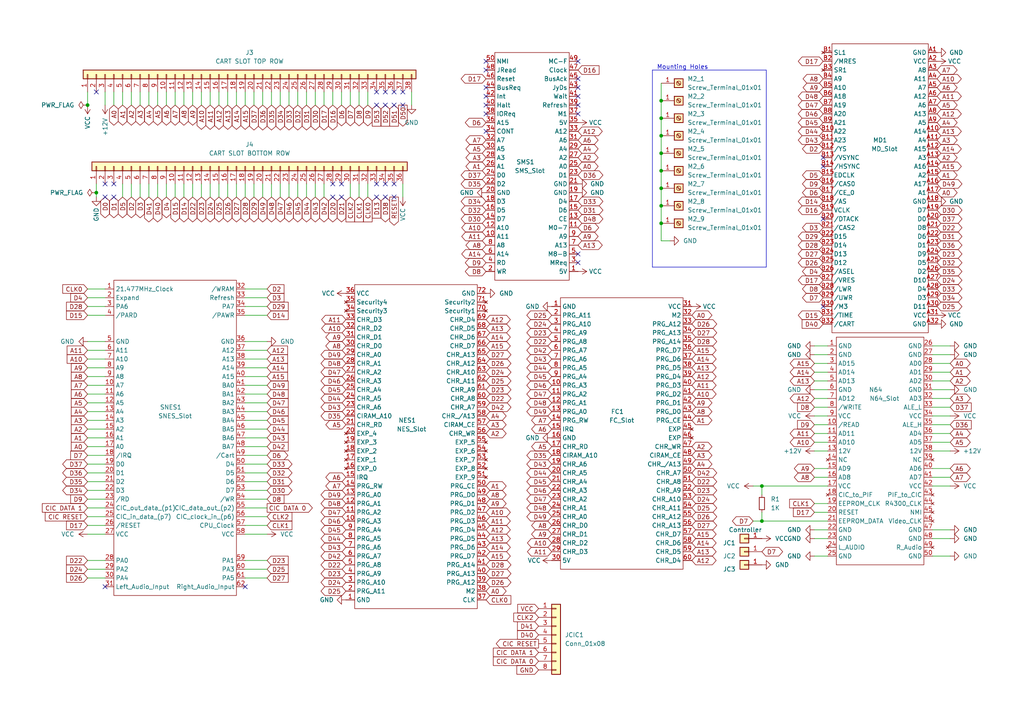
<source format=kicad_sch>
(kicad_sch (version 20230121) (generator eeschema)
  (paper "A4")
  (title_block (title "SIX-SLOT ADAPTER") (date "2023-08-04") (rev "4"))
  (lib_symbols
    (symbol "!OSCR:FC_Slot"
      (property "Reference" "U" (at -16.51 52.07 0))
      (property "Value" "FC_Slot" (at -13.97 46.99 0))
      (symbol "FC_Slot_1_1"
        (pin power_in line (at -20.32 41.91 0) (length 2.54) (name "GND") (number "1"))
        (pin input line (at -20.32 19.05 0) (length 2.54) (name "PRG_A3") (number "10"))
        (pin input line (at -20.32 16.51 0) (length 2.54) (name "PRG_A2") (number "11"))
        (pin input line (at -20.32 13.97 0) (length 2.54) (name "PRG_A1") (number "12"))
        (pin input line (at -20.32 11.43 0) (length 2.54) (name "PRG_A0") (number "13"))
        (pin input line (at -20.32 8.89 0) (length 2.54) (name "PRG_RW") (number "14"))
        (pin input line (at -20.32 6.35 0) (length 2.54) (name "IRQ") (number "15"))
        (pin power_in line (at -20.32 3.81 0) (length 2.54) (name "GND") (number "16"))
        (pin input line (at -20.32 1.27 0) (length 2.54) (name "CHR_RD") (number "17"))
        (pin input line (at -20.32 -1.27 0) (length 2.54) (name "CIRAM_A10") (number "18"))
        (pin input line (at -20.32 -3.81 0) (length 2.54) (name "CHR_A6") (number "19"))
        (pin input line (at -20.32 39.37 0) (length 2.54) (name "PRG_A11") (number "2"))
        (pin input line (at -20.32 -6.35 0) (length 2.54) (name "CHR_A5") (number "20"))
        (pin input line (at -20.32 -8.89 0) (length 2.54) (name "CHR_A4") (number "21"))
        (pin input line (at -20.32 -11.43 0) (length 2.54) (name "CHR_A3") (number "22"))
        (pin input line (at -20.32 -13.97 0) (length 2.54) (name "CHR_A2") (number "23"))
        (pin input line (at -20.32 -16.51 0) (length 2.54) (name "CHR_A1") (number "24"))
        (pin input line (at -20.32 -19.05 0) (length 2.54) (name "CHR_A0") (number "25"))
        (pin bidirectional line (at -20.32 -21.59 0) (length 2.54) (name "CHR_D0") (number "26"))
        (pin bidirectional line (at -20.32 -24.13 0) (length 2.54) (name "CHR_D1") (number "27"))
        (pin bidirectional line (at -20.32 -26.67 0) (length 2.54) (name "CHR_D2") (number "28"))
        (pin bidirectional line (at -20.32 -29.21 0) (length 2.54) (name "CHR_D3") (number "29"))
        (pin input line (at -20.32 36.83 0) (length 2.54) (name "PRG_A10") (number "3"))
        (pin power_in line (at -20.32 -31.75 0) (length 2.54) (name "5V") (number "30"))
        (pin power_in line (at 20.32 41.91 180) (length 2.54) (name "VCC") (number "31"))
        (pin input line (at 20.32 39.37 180) (length 2.54) (name "M2") (number "32"))
        (pin input line (at 20.32 36.83 180) (length 2.54) (name "PRG_A12") (number "33"))
        (pin input line (at 20.32 34.29 180) (length 2.54) (name "PRG_A13") (number "34"))
        (pin input line (at 20.32 31.75 180) (length 2.54) (name "PRG_A14") (number "35"))
        (pin bidirectional line (at 20.32 29.21 180) (length 2.54) (name "PRG_D7") (number "36"))
        (pin bidirectional line (at 20.32 26.67 180) (length 2.54) (name "PRG_D6") (number "37"))
        (pin bidirectional line (at 20.32 24.13 180) (length 2.54) (name "PRG_D5") (number "38"))
        (pin bidirectional line (at 20.32 21.59 180) (length 2.54) (name "PRG_D4") (number "39"))
        (pin input line (at -20.32 34.29 0) (length 2.54) (name "PRG_A9") (number "4"))
        (pin bidirectional line (at 20.32 19.05 180) (length 2.54) (name "PRG_D3") (number "40"))
        (pin bidirectional line (at 20.32 16.51 180) (length 2.54) (name "PRG_D2") (number "41"))
        (pin bidirectional line (at 20.32 13.97 180) (length 2.54) (name "PRG_D1") (number "42"))
        (pin bidirectional line (at 20.32 11.43 180) (length 2.54) (name "PRG_D0") (number "43"))
        (pin input line (at 20.32 8.89 180) (length 2.54) (name "PRG_CE") (number "44"))
        (pin no_connect line (at 20.32 6.35 180) (length 2.54) (name "EXP") (number "45"))
        (pin no_connect line (at 20.32 3.81 180) (length 2.54) (name "EXP") (number "46"))
        (pin input line (at 20.32 1.27 180) (length 2.54) (name "CHR_WR") (number "47"))
        (pin input line (at 20.32 -1.27 180) (length 2.54) (name "CIRAM_CE") (number "48"))
        (pin input line (at 20.32 -3.81 180) (length 2.54) (name "CHR_/A13") (number "49"))
        (pin input line (at -20.32 31.75 0) (length 2.54) (name "PRG_A8") (number "5"))
        (pin bidirectional line (at 20.32 -6.35 180) (length 2.54) (name "CHR_A7") (number "50"))
        (pin input line (at 20.32 -8.89 180) (length 2.54) (name "CHR_A8") (number "51"))
        (pin input line (at 20.32 -11.43 180) (length 2.54) (name "CHR_A9") (number "52"))
        (pin input line (at 20.32 -13.97 180) (length 2.54) (name "CHR_A10") (number "53"))
        (pin input line (at 20.32 -16.51 180) (length 2.54) (name "CHR_A11") (number "54"))
        (pin input line (at 20.32 -19.05 180) (length 2.54) (name "CHR_A12") (number "55"))
        (pin input line (at 20.32 -21.59 180) (length 2.54) (name "CHR_A13") (number "56"))
        (pin bidirectional line (at 20.32 -24.13 180) (length 2.54) (name "CHR_D7") (number "57"))
        (pin bidirectional line (at 20.32 -26.67 180) (length 2.54) (name "CHR_D6") (number "58"))
        (pin bidirectional line (at 20.32 -29.21 180) (length 2.54) (name "CHR_D5") (number "59"))
        (pin input line (at -20.32 29.21 0) (length 2.54) (name "PRG_A7") (number "6"))
        (pin bidirectional line (at 20.32 -31.75 180) (length 2.54) (name "CHR_D4") (number "60"))
        (pin input line (at -20.32 26.67 0) (length 2.54) (name "PRG_A6") (number "7"))
        (pin input line (at -20.32 24.13 0) (length 2.54) (name "PRG_A5") (number "8"))
        (pin input line (at -20.32 21.59 0) (length 2.54) (name "PRG_A4") (number "9"))
      )
    )
    (symbol "!OSCR:MD_Slot"
      (property "Reference" "U" (at -1.27 39.37 0))
      (property "Value" "MD_Slot" (at 1.27 36.83 0))
      (symbol "MD_Slot_1_1"
        (pin power_in line (at 22.86 17.78 180) (length 2.54) (name "GND") (number "A1"))
        (pin input line (at 22.86 -5.08 180) (length 2.54) (name "A14") (number "A10"))
        (pin input line (at 22.86 -7.62 180) (length 2.54) (name "A4") (number "A11"))
        (pin input line (at 22.86 -10.16 180) (length 2.54) (name "A15") (number "A12"))
        (pin input line (at 22.86 -12.7 180) (length 2.54) (name "A3") (number "A13"))
        (pin input line (at 22.86 -15.24 180) (length 2.54) (name "A16") (number "A14"))
        (pin input line (at 22.86 -17.78 180) (length 2.54) (name "A2") (number "A15"))
        (pin input line (at 22.86 -20.32 180) (length 2.54) (name "A17") (number "A16"))
        (pin input line (at 22.86 -22.86 180) (length 2.54) (name "A1") (number "A17"))
        (pin power_in line (at 22.86 -25.4 180) (length 2.54) (name "GND") (number "A18"))
        (pin bidirectional line (at 22.86 -27.94 180) (length 2.54) (name "D7") (number "A19"))
        (pin power_in line (at 22.86 15.24 180) (length 2.54) (name "VCC") (number "A2"))
        (pin bidirectional line (at 22.86 -30.48 180) (length 2.54) (name "D0") (number "A20"))
        (pin bidirectional line (at 22.86 -33.02 180) (length 2.54) (name "D8") (number "A21"))
        (pin bidirectional line (at 22.86 -35.56 180) (length 2.54) (name "D6") (number "A22"))
        (pin bidirectional line (at 22.86 -38.1 180) (length 2.54) (name "D1") (number "A23"))
        (pin bidirectional line (at 22.86 -40.64 180) (length 2.54) (name "D9") (number "A24"))
        (pin bidirectional line (at 22.86 -43.18 180) (length 2.54) (name "D5") (number "A25"))
        (pin bidirectional line (at 22.86 -45.72 180) (length 2.54) (name "D2") (number "A26"))
        (pin bidirectional line (at 22.86 -48.26 180) (length 2.54) (name "D10") (number "A27"))
        (pin bidirectional line (at 22.86 -50.8 180) (length 2.54) (name "D4") (number "A28"))
        (pin bidirectional line (at 22.86 -53.34 180) (length 2.54) (name "D3") (number "A29"))
        (pin input line (at 22.86 12.7 180) (length 2.54) (name "A8") (number "A3"))
        (pin bidirectional line (at 22.86 -55.88 180) (length 2.54) (name "D11") (number "A30"))
        (pin power_in line (at 22.86 -58.42 180) (length 2.54) (name "VCC") (number "A31"))
        (pin power_in line (at 22.86 -60.96 180) (length 2.54) (name "GND") (number "A32"))
        (pin input line (at 22.86 10.16 180) (length 2.54) (name "A11") (number "A4"))
        (pin input line (at 22.86 7.62 180) (length 2.54) (name "A7") (number "A5"))
        (pin input line (at 22.86 5.08 180) (length 2.54) (name "A12") (number "A6"))
        (pin input line (at 22.86 2.54 180) (length 2.54) (name "A6") (number "A7"))
        (pin input line (at 22.86 0 180) (length 2.54) (name "A13") (number "A8"))
        (pin input line (at 22.86 -2.54 180) (length 2.54) (name "A5") (number "A9"))
        (pin no_connect line (at -10.16 17.78 0) (length 2.54) (name "SL1") (number "B1"))
        (pin input line (at -10.16 -5.08 0) (length 2.54) (name "A22") (number "B10"))
        (pin input line (at -10.16 -7.62 0) (length 2.54) (name "A23") (number "B11"))
        (pin input line (at -10.16 -10.16 0) (length 2.54) (name "/YS") (number "B12"))
        (pin input line (at -10.16 -12.7 0) (length 2.54) (name "/VSYNC") (number "B13"))
        (pin input line (at -10.16 -15.24 0) (length 2.54) (name "/HSYNC") (number "B14"))
        (pin input line (at -10.16 -17.78 0) (length 2.54) (name "EDCLK") (number "B15"))
        (pin input line (at -10.16 -20.32 0) (length 2.54) (name "/CAS0") (number "B16"))
        (pin input line (at -10.16 -22.86 0) (length 2.54) (name "/CE_0") (number "B17"))
        (pin input line (at -10.16 -25.4 0) (length 2.54) (name "/AS") (number "B18"))
        (pin input line (at -10.16 -27.94 0) (length 2.54) (name "VCLK") (number "B19"))
        (pin input line (at -10.16 15.24 0) (length 2.54) (name "/MRES") (number "B2"))
        (pin input line (at -10.16 -30.48 0) (length 2.54) (name "/DTACK") (number "B20"))
        (pin input line (at -10.16 -33.02 0) (length 2.54) (name "/CAS2") (number "B21"))
        (pin bidirectional line (at -10.16 -35.56 0) (length 2.54) (name "D15") (number "B22"))
        (pin bidirectional line (at -10.16 -38.1 0) (length 2.54) (name "D14") (number "B23"))
        (pin bidirectional line (at -10.16 -40.64 0) (length 2.54) (name "D13") (number "B24"))
        (pin bidirectional line (at -10.16 -43.18 0) (length 2.54) (name "D12") (number "B25"))
        (pin input line (at -10.16 -45.72 0) (length 2.54) (name "/ASEL") (number "B26"))
        (pin input line (at -10.16 -48.26 0) (length 2.54) (name "/VRES") (number "B27"))
        (pin input line (at -10.16 -50.8 0) (length 2.54) (name "/LWR") (number "B28"))
        (pin input line (at -10.16 -53.34 0) (length 2.54) (name "/UWR") (number "B29"))
        (pin no_connect line (at -10.16 12.7 0) (length 2.54) (name "SR1") (number "B3"))
        (pin input line (at -10.16 -55.88 0) (length 2.54) (name "/M3") (number "B30"))
        (pin input line (at -10.16 -58.42 0) (length 2.54) (name "/TIME") (number "B31"))
        (pin input line (at -10.16 -60.96 0) (length 2.54) (name "/CART") (number "B32"))
        (pin input line (at -10.16 10.16 0) (length 2.54) (name "A9") (number "B4"))
        (pin input line (at -10.16 7.62 0) (length 2.54) (name "A10") (number "B5"))
        (pin input line (at -10.16 5.08 0) (length 2.54) (name "A18") (number "B6"))
        (pin input line (at -10.16 2.54 0) (length 2.54) (name "A19") (number "B7"))
        (pin input line (at -10.16 0 0) (length 2.54) (name "A20") (number "B8"))
        (pin input line (at -10.16 -2.54 0) (length 2.54) (name "A21") (number "B9"))
      )
    )
    (symbol "!OSCR:N64_Slot"
      (property "Reference" "J" (at -10.16 35.56 0))
      (property "Value" "N64_Slot" (at -6.35 33.02 0))
      (symbol "N64_Slot_1_1"
        (pin power_in line (at -12.7 29.21 0) (length 2.54) (name "GND") (number "1"))
        (pin input line (at -12.7 6.35 0) (length 2.54) (name "/READ") (number "10"))
        (pin bidirectional line (at -12.7 3.81 0) (length 2.54) (name "AD11") (number "11"))
        (pin bidirectional line (at -12.7 1.27 0) (length 2.54) (name "AD10") (number "12"))
        (pin power_in line (at -12.7 -1.27 0) (length 2.54) (name "12V") (number "13"))
        (pin no_connect line (at -12.7 -3.81 0) (length 2.54) (name "NC") (number "14"))
        (pin bidirectional line (at -12.7 -6.35 0) (length 2.54) (name "AD9") (number "15"))
        (pin bidirectional line (at -12.7 -8.89 0) (length 2.54) (name "AD8") (number "16"))
        (pin power_in line (at -12.7 -11.43 0) (length 2.54) (name "VCC") (number "17"))
        (pin no_connect line (at -12.7 -13.97 0) (length 2.54) (name "CIC_to_PIF") (number "18"))
        (pin input line (at -12.7 -16.51 0) (length 2.54) (name "EEPROM_CLK") (number "19"))
        (pin power_in line (at -12.7 26.67 0) (length 2.54) (name "GND") (number "2"))
        (pin input line (at -12.7 -19.05 0) (length 2.54) (name "RESET") (number "20"))
        (pin bidirectional line (at -12.7 -21.59 0) (length 2.54) (name "EEPROM_DATA") (number "21"))
        (pin power_in line (at -12.7 -24.13 0) (length 2.54) (name "GND") (number "22"))
        (pin power_in line (at -12.7 -26.67 0) (length 2.54) (name "GND") (number "23"))
        (pin no_connect line (at -12.7 -29.21 0) (length 2.54) (name "L_AUDIO") (number "24"))
        (pin power_in line (at -12.7 -31.75 0) (length 2.54) (name "GND") (number "25"))
        (pin power_in line (at 17.78 29.21 180) (length 2.54) (name "GND") (number "26"))
        (pin power_in line (at 17.78 26.67 180) (length 2.54) (name "GND") (number "27"))
        (pin bidirectional line (at 17.78 24.13 180) (length 2.54) (name "AD0") (number "28"))
        (pin bidirectional line (at 17.78 21.59 180) (length 2.54) (name "AD1") (number "29"))
        (pin bidirectional line (at -12.7 24.13 0) (length 2.54) (name "AD15") (number "3"))
        (pin bidirectional line (at 17.78 19.05 180) (length 2.54) (name "AD2") (number "30"))
        (pin power_in line (at 17.78 16.51 180) (length 2.54) (name "GND") (number "31"))
        (pin bidirectional line (at 17.78 13.97 180) (length 2.54) (name "AD3") (number "32"))
        (pin input line (at 17.78 11.43 180) (length 2.54) (name "ALE_L") (number "33"))
        (pin power_in line (at 17.78 8.89 180) (length 2.54) (name "VCC") (number "34"))
        (pin input line (at 17.78 6.35 180) (length 2.54) (name "ALE_H") (number "35"))
        (pin bidirectional line (at 17.78 3.81 180) (length 2.54) (name "AD4") (number "36"))
        (pin bidirectional line (at 17.78 1.27 180) (length 2.54) (name "AD5") (number "37"))
        (pin power_in line (at 17.78 -1.27 180) (length 2.54) (name "12V") (number "38"))
        (pin no_connect line (at 17.78 -3.81 180) (length 2.54) (name "NC") (number "39"))
        (pin bidirectional line (at -12.7 21.59 0) (length 2.54) (name "AD14") (number "4"))
        (pin bidirectional line (at 17.78 -6.35 180) (length 2.54) (name "AD6") (number "40"))
        (pin bidirectional line (at 17.78 -8.89 180) (length 2.54) (name "AD7") (number "41"))
        (pin power_in line (at 17.78 -11.43 180) (length 2.54) (name "VCC") (number "42"))
        (pin no_connect line (at 17.78 -13.97 180) (length 2.54) (name "PIF_to_CIC") (number "43"))
        (pin no_connect line (at 17.78 -16.51 180) (length 2.54) (name "R4300_CLK") (number "44"))
        (pin no_connect line (at 17.78 -19.05 180) (length 2.54) (name "NMI") (number "45"))
        (pin no_connect line (at 17.78 -21.59 180) (length 2.54) (name "Video_CLK") (number "46"))
        (pin power_in line (at 17.78 -24.13 180) (length 2.54) (name "GND") (number "47"))
        (pin power_in line (at 17.78 -26.67 180) (length 2.54) (name "GND") (number "48"))
        (pin no_connect line (at 17.78 -29.21 180) (length 2.54) (name "R_Audio") (number "49"))
        (pin bidirectional line (at -12.7 19.05 0) (length 2.54) (name "AD13") (number "5"))
        (pin power_in line (at 17.78 -31.75 180) (length 2.54) (name "GND") (number "50"))
        (pin power_in line (at -12.7 16.51 0) (length 2.54) (name "GND") (number "6"))
        (pin bidirectional line (at -12.7 13.97 0) (length 2.54) (name "AD12") (number "7"))
        (pin input line (at -12.7 11.43 0) (length 2.54) (name "/WRITE") (number "8"))
        (pin power_in line (at -12.7 8.89 0) (length 2.54) (name "VCC") (number "9"))
      )
    )
    (symbol "!OSCR:NES_Slot"
      (property "Reference" "U" (at -16.51 44.45 0))
      (property "Value" "NES_Slot" (at -12.7 41.91 0))
      (symbol "NES_Slot_1_1"
        (pin power_in line (at -19.05 -52.07 0) (length 2.54) (name "GND") (number "1"))
        (pin input line (at -19.05 -29.21 0) (length 2.54) (name "PRG_A3") (number "10"))
        (pin input line (at -19.05 -26.67 0) (length 2.54) (name "PRG_A2") (number "11"))
        (pin input line (at -19.05 -24.13 0) (length 2.54) (name "PRG_A1") (number "12"))
        (pin input line (at -19.05 -21.59 0) (length 2.54) (name "PRG_A0") (number "13"))
        (pin input line (at -19.05 -19.05 0) (length 2.54) (name "PRG_RW") (number "14"))
        (pin input line (at -19.05 -16.51 0) (length 2.54) (name "IRQ") (number "15"))
        (pin no_connect line (at -19.05 -13.97 0) (length 2.54) (name "EXP_0") (number "16"))
        (pin no_connect line (at -19.05 -11.43 0) (length 2.54) (name "EXP_1") (number "17"))
        (pin no_connect line (at -19.05 -8.89 0) (length 2.54) (name "EXP_2") (number "18"))
        (pin no_connect line (at -19.05 -6.35 0) (length 2.54) (name "EXP_3") (number "19"))
        (pin input line (at -19.05 -49.53 0) (length 2.54) (name "PRG_A11") (number "2"))
        (pin no_connect line (at -19.05 -3.81 0) (length 2.54) (name "EXP_4") (number "20"))
        (pin input line (at -19.05 -1.27 0) (length 2.54) (name "CHR_RD") (number "21"))
        (pin input line (at -19.05 1.27 0) (length 2.54) (name "CIRAM_A10") (number "22"))
        (pin input line (at -19.05 3.81 0) (length 2.54) (name "CHR_A6") (number "23"))
        (pin input line (at -19.05 6.35 0) (length 2.54) (name "CHR_A5") (number "24"))
        (pin input line (at -19.05 8.89 0) (length 2.54) (name "CHR_A4") (number "25"))
        (pin input line (at -19.05 11.43 0) (length 2.54) (name "CHR_A3") (number "26"))
        (pin input line (at -19.05 13.97 0) (length 2.54) (name "CHR_A2") (number "27"))
        (pin input line (at -19.05 16.51 0) (length 2.54) (name "CHR_A1") (number "28"))
        (pin input line (at -19.05 19.05 0) (length 2.54) (name "CHR_A0") (number "29"))
        (pin input line (at -19.05 -46.99 0) (length 2.54) (name "PRG_A10") (number "3"))
        (pin bidirectional line (at -19.05 21.59 0) (length 2.54) (name "CHR_D0") (number "30"))
        (pin bidirectional line (at -19.05 24.13 0) (length 2.54) (name "CHR_D1") (number "31"))
        (pin bidirectional line (at -19.05 26.67 0) (length 2.54) (name "CHR_D2") (number "32"))
        (pin bidirectional line (at -19.05 29.21 0) (length 2.54) (name "CHR_D3") (number "33"))
        (pin no_connect line (at -19.05 31.75 0) (length 2.54) (name "Security3") (number "34"))
        (pin no_connect line (at -19.05 34.29 0) (length 2.54) (name "Security4") (number "35"))
        (pin power_in line (at -19.05 36.83 0) (length 2.54) (name "VCC") (number "36"))
        (pin input line (at 21.59 -52.07 180) (length 2.54) (name "CLK") (number "37"))
        (pin input line (at 21.59 -49.53 180) (length 2.54) (name "M2") (number "38"))
        (pin input line (at 21.59 -46.99 180) (length 2.54) (name "PRG_A12") (number "39"))
        (pin input line (at -19.05 -44.45 0) (length 2.54) (name "PRG_A9") (number "4"))
        (pin input line (at 21.59 -44.45 180) (length 2.54) (name "PRG_A13") (number "40"))
        (pin input line (at 21.59 -41.91 180) (length 2.54) (name "PRG_A14") (number "41"))
        (pin bidirectional line (at 21.59 -39.37 180) (length 2.54) (name "PRG_D7") (number "42"))
        (pin bidirectional line (at 21.59 -36.83 180) (length 2.54) (name "PRG_D6") (number "43"))
        (pin bidirectional line (at 21.59 -34.29 180) (length 2.54) (name "PRG_D5") (number "44"))
        (pin bidirectional line (at 21.59 -31.75 180) (length 2.54) (name "PRG_D4") (number "45"))
        (pin bidirectional line (at 21.59 -29.21 180) (length 2.54) (name "PRG_D3") (number "46"))
        (pin bidirectional line (at 21.59 -26.67 180) (length 2.54) (name "PRG_D2") (number "47"))
        (pin bidirectional line (at 21.59 -24.13 180) (length 2.54) (name "PRG_D1") (number "48"))
        (pin bidirectional line (at 21.59 -21.59 180) (length 2.54) (name "PRG_D0") (number "49"))
        (pin input line (at -19.05 -41.91 0) (length 2.54) (name "PRG_A8") (number "5"))
        (pin input line (at 21.59 -19.05 180) (length 2.54) (name "PRG_CE") (number "50"))
        (pin no_connect line (at 21.59 -16.51 180) (length 2.54) (name "EXP_9") (number "51"))
        (pin no_connect line (at 21.59 -13.97 180) (length 2.54) (name "EXP_8") (number "52"))
        (pin no_connect line (at 21.59 -11.43 180) (length 2.54) (name "EXP_7") (number "53"))
        (pin no_connect line (at 21.59 -8.89 180) (length 2.54) (name "EXP_6") (number "54"))
        (pin no_connect line (at 21.59 -6.35 180) (length 2.54) (name "EXP_5") (number "55"))
        (pin input line (at 21.59 -3.81 180) (length 2.54) (name "CHR_WR") (number "56"))
        (pin input line (at 21.59 -1.27 180) (length 2.54) (name "CIRAM_CE") (number "57"))
        (pin input line (at 21.59 1.27 180) (length 2.54) (name "CHR_/A13") (number "58"))
        (pin bidirectional line (at 21.59 3.81 180) (length 2.54) (name "CHR_A7") (number "59"))
        (pin input line (at -19.05 -39.37 0) (length 2.54) (name "PRG_A7") (number "6"))
        (pin input line (at 21.59 6.35 180) (length 2.54) (name "CHR_A8") (number "60"))
        (pin input line (at 21.59 8.89 180) (length 2.54) (name "CHR_A9") (number "61"))
        (pin input line (at 21.59 11.43 180) (length 2.54) (name "CHR_A11") (number "62"))
        (pin input line (at 21.59 13.97 180) (length 2.54) (name "CHR_A10") (number "63"))
        (pin input line (at 21.59 16.51 180) (length 2.54) (name "CHR_A12") (number "64"))
        (pin input line (at 21.59 19.05 180) (length 2.54) (name "CHR_A13") (number "65"))
        (pin bidirectional line (at 21.59 21.59 180) (length 2.54) (name "CHR_D7") (number "66"))
        (pin bidirectional line (at 21.59 24.13 180) (length 2.54) (name "CHR_D6") (number "67"))
        (pin bidirectional line (at 21.59 26.67 180) (length 2.54) (name "CHR_D5") (number "68"))
        (pin bidirectional line (at 21.59 29.21 180) (length 2.54) (name "CHR_D4") (number "69"))
        (pin input line (at -19.05 -36.83 0) (length 2.54) (name "PRG_A6") (number "7"))
        (pin no_connect line (at 21.59 31.75 180) (length 2.54) (name "Security1") (number "70"))
        (pin no_connect line (at 21.59 34.29 180) (length 2.54) (name "Security2") (number "71"))
        (pin power_in line (at 21.59 36.83 180) (length 2.54) (name "GND") (number "72"))
        (pin input line (at -19.05 -34.29 0) (length 2.54) (name "PRG_A5") (number "8"))
        (pin input line (at -19.05 -31.75 0) (length 2.54) (name "PRG_A4") (number "9"))
      )
    )
    (symbol "!OSCR:SMS_Slot"
      (property "Reference" "U" (at -10.16 35.56 0))
      (property "Value" "SMS_Slot" (at -6.35 33.02 0))
      (symbol "SMS_Slot_1_1"
        (pin power_in line (at 12.7 -33.02 180) (length 2.54) (name "5V") (number "1"))
        (pin input line (at -13.97 -22.86 0) (length 2.54) (name "A11") (number "10"))
        (pin input line (at 12.7 -20.32 180) (length 2.54) (name "M0-7") (number "11"))
        (pin input line (at -13.97 -20.32 0) (length 2.54) (name "A10") (number "12"))
        (pin input line (at 12.7 -17.78 180) (length 2.54) (name "CE") (number "13"))
        (pin bidirectional line (at -13.97 -17.78 0) (length 2.54) (name "D7") (number "14"))
        (pin bidirectional line (at 12.7 -15.24 180) (length 2.54) (name "D6") (number "15"))
        (pin bidirectional line (at -13.97 -15.24 0) (length 2.54) (name "D5") (number "16"))
        (pin bidirectional line (at 12.7 -12.7 180) (length 2.54) (name "D4") (number "17"))
        (pin bidirectional line (at -13.97 -12.7 0) (length 2.54) (name "D3") (number "18"))
        (pin power_in line (at 12.7 -10.16 180) (length 2.54) (name "GND") (number "19"))
        (pin input line (at -13.97 -33.02 0) (length 2.54) (name "WR") (number "2"))
        (pin power_in line (at -13.97 -10.16 0) (length 2.54) (name "GND") (number "20"))
        (pin power_in line (at 12.7 -7.62 180) (length 2.54) (name "GND") (number "21"))
        (pin bidirectional line (at -13.97 -7.62 0) (length 2.54) (name "D2") (number "22"))
        (pin bidirectional line (at 12.7 -5.08 180) (length 2.54) (name "D1") (number "23"))
        (pin bidirectional line (at -13.97 -5.08 0) (length 2.54) (name "D0") (number "24"))
        (pin input line (at 12.7 -2.54 180) (length 2.54) (name "A0") (number "25"))
        (pin input line (at -13.97 -2.54 0) (length 2.54) (name "A1") (number "26"))
        (pin input line (at 12.7 0 180) (length 2.54) (name "A2") (number "27"))
        (pin input line (at -13.97 0 0) (length 2.54) (name "A3") (number "28"))
        (pin input line (at 12.7 2.54 180) (length 2.54) (name "A4") (number "29"))
        (pin input line (at 12.7 -30.48 180) (length 2.54) (name "MReq") (number "3"))
        (pin input line (at -13.97 2.54 0) (length 2.54) (name "A5") (number "30"))
        (pin input line (at 12.7 5.08 180) (length 2.54) (name "A6") (number "31"))
        (pin input line (at -13.97 5.08 0) (length 2.54) (name "A7") (number "32"))
        (pin input line (at 12.7 7.62 180) (length 2.54) (name "A12") (number "33"))
        (pin input line (at -13.97 7.62 0) (length 2.54) (name "CONT") (number "34"))
        (pin power_in line (at 12.7 10.16 180) (length 2.54) (name "5V") (number "35"))
        (pin input line (at -13.97 10.16 0) (length 2.54) (name "A15") (number "36"))
        (pin input line (at 12.7 12.7 180) (length 2.54) (name "M1") (number "37"))
        (pin input line (at -13.97 12.7 0) (length 2.54) (name "IOReq") (number "38"))
        (pin input line (at 12.7 15.24 180) (length 2.54) (name "Refresh") (number "39"))
        (pin input line (at -13.97 -30.48 0) (length 2.54) (name "RD") (number "4"))
        (pin input line (at -13.97 15.24 0) (length 2.54) (name "Halt") (number "40"))
        (pin input line (at 12.7 17.78 180) (length 2.54) (name "Wait") (number "41"))
        (pin input line (at -13.97 17.78 0) (length 2.54) (name "Int") (number "42"))
        (pin input line (at 12.7 20.32 180) (length 2.54) (name "JyDs") (number "43"))
        (pin input line (at -13.97 20.32 0) (length 2.54) (name "BusReq") (number "44"))
        (pin input line (at 12.7 22.86 180) (length 2.54) (name "BusAck") (number "45"))
        (pin input line (at -13.97 22.86 0) (length 2.54) (name "Reset") (number "46"))
        (pin input line (at 12.7 25.4 180) (length 2.54) (name "Clock") (number "47"))
        (pin input line (at -13.97 25.4 0) (length 2.54) (name "JRead") (number "48"))
        (pin input line (at 12.7 27.94 180) (length 2.54) (name "MC-F") (number "49"))
        (pin input line (at 12.7 -27.94 180) (length 2.54) (name "M8-B") (number "5"))
        (pin input line (at -13.97 27.94 0) (length 2.54) (name "NMI") (number "50"))
        (pin input line (at -13.97 -27.94 0) (length 2.54) (name "A14") (number "6"))
        (pin input line (at 12.7 -25.4 180) (length 2.54) (name "A13") (number "7"))
        (pin input line (at -13.97 -25.4 0) (length 2.54) (name "A8") (number "8"))
        (pin input line (at 12.7 -22.86 180) (length 2.54) (name "A9") (number "9"))
      )
    )
    (symbol "!OSCR:SNES_Slot"
      (property "Reference" "J" (at 12.7 45.72 0))
      (property "Value" "SNES_Slot" (at -11.43 45.72 0))
      (symbol "SNES_Slot_1_1"
        (pin input line (at -19.05 41.91 0) (length 2.54) (name "21.477MHz_Clock") (number "1"))
        (pin input line (at -19.05 13.97 0) (length 2.54) (name "A7") (number "10"))
        (pin input line (at -19.05 11.43 0) (length 2.54) (name "A6") (number "11"))
        (pin input line (at -19.05 8.89 0) (length 2.54) (name "A5") (number "12"))
        (pin input line (at -19.05 6.35 0) (length 2.54) (name "A4") (number "13"))
        (pin input line (at -19.05 3.81 0) (length 2.54) (name "A3") (number "14"))
        (pin input line (at -19.05 1.27 0) (length 2.54) (name "A2") (number "15"))
        (pin input line (at -19.05 -1.27 0) (length 2.54) (name "A1") (number "16"))
        (pin input line (at -19.05 -3.81 0) (length 2.54) (name "A0") (number "17"))
        (pin input line (at -19.05 -6.35 0) (length 2.54) (name "/IRQ") (number "18"))
        (pin bidirectional line (at -19.05 -8.89 0) (length 2.54) (name "D0") (number "19"))
        (pin input line (at -19.05 39.37 0) (length 2.54) (name "Expand") (number "2"))
        (pin bidirectional line (at -19.05 -11.43 0) (length 2.54) (name "D1") (number "20"))
        (pin bidirectional line (at -19.05 -13.97 0) (length 2.54) (name "D2") (number "21"))
        (pin bidirectional line (at -19.05 -16.51 0) (length 2.54) (name "D3") (number "22"))
        (pin input line (at -19.05 -19.05 0) (length 2.54) (name "/RD") (number "23"))
        (pin output line (at -19.05 -21.59 0) (length 2.54) (name "CIC_out_data_(p1)") (number "24"))
        (pin input line (at -19.05 -24.13 0) (length 2.54) (name "CIC_in_data_(p7)") (number "25"))
        (pin input line (at -19.05 -26.67 0) (length 2.54) (name "/RESET") (number "26"))
        (pin power_in line (at -19.05 -29.21 0) (length 2.54) (name "VCC") (number "27"))
        (pin input line (at -19.05 -36.83 0) (length 2.54) (name "PA0") (number "28"))
        (pin input line (at -19.05 -39.37 0) (length 2.54) (name "PA2") (number "29"))
        (pin input line (at -19.05 36.83 0) (length 2.54) (name "PA6") (number "3"))
        (pin input line (at -19.05 -41.91 0) (length 2.54) (name "PA4") (number "30"))
        (pin input line (at -19.05 -44.45 0) (length 2.54) (name "Left_Audio_Input") (number "31"))
        (pin input line (at 21.59 41.91 180) (length 2.54) (name "/WRAM") (number "32"))
        (pin input line (at 21.59 39.37 180) (length 2.54) (name "Refresh") (number "33"))
        (pin input line (at 21.59 36.83 180) (length 2.54) (name "PA7") (number "34"))
        (pin input line (at 21.59 34.29 180) (length 2.54) (name "/PAWR") (number "35"))
        (pin power_in line (at 21.59 26.67 180) (length 2.54) (name "GND") (number "36"))
        (pin input line (at 21.59 24.13 180) (length 2.54) (name "A12") (number "37"))
        (pin input line (at 21.59 21.59 180) (length 2.54) (name "A13") (number "38"))
        (pin input line (at 21.59 19.05 180) (length 2.54) (name "A14") (number "39"))
        (pin input line (at -19.05 34.29 0) (length 2.54) (name "/PARD") (number "4"))
        (pin input line (at 21.59 16.51 180) (length 2.54) (name "A15") (number "40"))
        (pin input line (at 21.59 13.97 180) (length 2.54) (name "BA0") (number "41"))
        (pin input line (at 21.59 11.43 180) (length 2.54) (name "BA1") (number "42"))
        (pin input line (at 21.59 8.89 180) (length 2.54) (name "BA2") (number "43"))
        (pin input line (at 21.59 6.35 180) (length 2.54) (name "BA3") (number "44"))
        (pin input line (at 21.59 3.81 180) (length 2.54) (name "BA4") (number "45"))
        (pin input line (at 21.59 1.27 180) (length 2.54) (name "BA5") (number "46"))
        (pin input line (at 21.59 -1.27 180) (length 2.54) (name "BA6") (number "47"))
        (pin input line (at 21.59 -3.81 180) (length 2.54) (name "BA7") (number "48"))
        (pin input line (at 21.59 -6.35 180) (length 2.54) (name "/Cart") (number "49"))
        (pin power_in line (at -19.05 26.67 0) (length 2.54) (name "GND") (number "5"))
        (pin bidirectional line (at 21.59 -8.89 180) (length 2.54) (name "D4") (number "50"))
        (pin bidirectional line (at 21.59 -11.43 180) (length 2.54) (name "D5") (number "51"))
        (pin bidirectional line (at 21.59 -13.97 180) (length 2.54) (name "D6") (number "52"))
        (pin bidirectional line (at 21.59 -16.51 180) (length 2.54) (name "D7") (number "53"))
        (pin input line (at 21.59 -19.05 180) (length 2.54) (name "/WR") (number "54"))
        (pin output line (at 21.59 -21.59 180) (length 2.54) (name "CIC_data_out_(p2)") (number "55"))
        (pin input line (at 21.59 -24.13 180) (length 2.54) (name "CIC_clock_in_(p6)") (number "56"))
        (pin input line (at 21.59 -26.67 180) (length 2.54) (name "CPU_Clock") (number "57"))
        (pin power_in line (at 21.59 -29.21 180) (length 2.54) (name "VCC") (number "58"))
        (pin input line (at 21.59 -36.83 180) (length 2.54) (name "PA1") (number "59"))
        (pin input line (at -19.05 24.13 0) (length 2.54) (name "A11") (number "6"))
        (pin input line (at 21.59 -39.37 180) (length 2.54) (name "PA3") (number "60"))
        (pin input line (at 21.59 -41.91 180) (length 2.54) (name "PA5") (number "61"))
        (pin input line (at 21.59 -44.45 180) (length 2.54) (name "Right_Audio_Input") (number "62"))
        (pin input line (at -19.05 21.59 0) (length 2.54) (name "A10") (number "7"))
        (pin input line (at -19.05 19.05 0) (length 2.54) (name "A9") (number "8"))
        (pin input line (at -19.05 16.51 0) (length 2.54) (name "A8") (number "9"))
      )
    )
    (symbol "Connector:Screw_Terminal_01x01" (pin_names (offset 1.016) hide)
      (property "Reference" "J" (at 0 2.54 0))
      (property "Value" "Screw_Terminal_01x01" (at 0 -2.54 0))
      (symbol "Screw_Terminal_01x01_1_1"
        (pin passive line (at -5.08 0 0) (length 3.81) (name "Pin_1") (number "1"))
      )
    )
    (symbol "Connector_Generic:Conn_01x01" (pin_names (offset 1.016) hide)
      (property "Reference" "J" (at 0 2.54 0))
      (property "Value" "Conn_01x01" (at 0 -2.54 0))
      (symbol "Conn_01x01_1_1"
        (pin passive line (at -5.08 0 0) (length 3.81) (name "Pin_1") (number "1"))
      )
    )
    (symbol "Connector_Generic:Conn_01x08" (pin_names (offset 1.016) hide)
      (property "Reference" "J" (at 0 10.16 0))
      (property "Value" "Conn_01x08" (at 0 -12.7 0))
      (symbol "Conn_01x08_1_1"
        (pin passive line (at -5.08 7.62 0) (length 3.81) (name "Pin_1") (number "1"))
        (pin passive line (at -5.08 5.08 0) (length 3.81) (name "Pin_2") (number "2"))
        (pin passive line (at -5.08 2.54 0) (length 3.81) (name "Pin_3") (number "3"))
        (pin passive line (at -5.08 0 0) (length 3.81) (name "Pin_4") (number "4"))
        (pin passive line (at -5.08 -2.54 0) (length 3.81) (name "Pin_5") (number "5"))
        (pin passive line (at -5.08 -5.08 0) (length 3.81) (name "Pin_6") (number "6"))
        (pin passive line (at -5.08 -7.62 0) (length 3.81) (name "Pin_7") (number "7"))
        (pin passive line (at -5.08 -10.16 0) (length 3.81) (name "Pin_8") (number "8"))
      )
    )
    (symbol "Connector_Generic:Conn_01x36" (pin_names (offset 1.016) hide)
      (property "Reference" "J" (at 0 45.72 0))
      (property "Value" "Conn_01x36" (at 0 -48.26 0))
      (symbol "Conn_01x36_1_1"
        (pin passive line (at -5.08 43.18 0) (length 3.81) (name "Pin_1") (number "1"))
        (pin passive line (at -5.08 20.32 0) (length 3.81) (name "Pin_10") (number "10"))
        (pin passive line (at -5.08 17.78 0) (length 3.81) (name "Pin_11") (number "11"))
        (pin passive line (at -5.08 15.24 0) (length 3.81) (name "Pin_12") (number "12"))
        (pin passive line (at -5.08 12.7 0) (length 3.81) (name "Pin_13") (number "13"))
        (pin passive line (at -5.08 10.16 0) (length 3.81) (name "Pin_14") (number "14"))
        (pin passive line (at -5.08 7.62 0) (length 3.81) (name "Pin_15") (number "15"))
        (pin passive line (at -5.08 5.08 0) (length 3.81) (name "Pin_16") (number "16"))
        (pin passive line (at -5.08 2.54 0) (length 3.81) (name "Pin_17") (number "17"))
        (pin passive line (at -5.08 0 0) (length 3.81) (name "Pin_18") (number "18"))
        (pin passive line (at -5.08 -2.54 0) (length 3.81) (name "Pin_19") (number "19"))
        (pin passive line (at -5.08 40.64 0) (length 3.81) (name "Pin_2") (number "2"))
        (pin passive line (at -5.08 -5.08 0) (length 3.81) (name "Pin_20") (number "20"))
        (pin passive line (at -5.08 -7.62 0) (length 3.81) (name "Pin_21") (number "21"))
        (pin passive line (at -5.08 -10.16 0) (length 3.81) (name "Pin_22") (number "22"))
        (pin passive line (at -5.08 -12.7 0) (length 3.81) (name "Pin_23") (number "23"))
        (pin passive line (at -5.08 -15.24 0) (length 3.81) (name "Pin_24") (number "24"))
        (pin passive line (at -5.08 -17.78 0) (length 3.81) (name "Pin_25") (number "25"))
        (pin passive line (at -5.08 -20.32 0) (length 3.81) (name "Pin_26") (number "26"))
        (pin passive line (at -5.08 -22.86 0) (length 3.81) (name "Pin_27") (number "27"))
        (pin passive line (at -5.08 -25.4 0) (length 3.81) (name "Pin_28") (number "28"))
        (pin passive line (at -5.08 -27.94 0) (length 3.81) (name "Pin_29") (number "29"))
        (pin passive line (at -5.08 38.1 0) (length 3.81) (name "Pin_3") (number "3"))
        (pin passive line (at -5.08 -30.48 0) (length 3.81) (name "Pin_30") (number "30"))
        (pin passive line (at -5.08 -33.02 0) (length 3.81) (name "Pin_31") (number "31"))
        (pin passive line (at -5.08 -35.56 0) (length 3.81) (name "Pin_32") (number "32"))
        (pin passive line (at -5.08 -38.1 0) (length 3.81) (name "Pin_33") (number "33"))
        (pin passive line (at -5.08 -40.64 0) (length 3.81) (name "Pin_34") (number "34"))
        (pin passive line (at -5.08 -43.18 0) (length 3.81) (name "Pin_35") (number "35"))
        (pin passive line (at -5.08 -45.72 0) (length 3.81) (name "Pin_36") (number "36"))
        (pin passive line (at -5.08 35.56 0) (length 3.81) (name "Pin_4") (number "4"))
        (pin passive line (at -5.08 33.02 0) (length 3.81) (name "Pin_5") (number "5"))
        (pin passive line (at -5.08 30.48 0) (length 3.81) (name "Pin_6") (number "6"))
        (pin passive line (at -5.08 27.94 0) (length 3.81) (name "Pin_7") (number "7"))
        (pin passive line (at -5.08 25.4 0) (length 3.81) (name "Pin_8") (number "8"))
        (pin passive line (at -5.08 22.86 0) (length 3.81) (name "Pin_9") (number "9"))
      )
    )
    (symbol "Connector_Generic:Conn_01x38" (pin_names (offset 1.016) hide)
      (property "Reference" "J" (at 0 48.26 0))
      (property "Value" "Conn_01x38" (at 0 -50.8 0))
      (symbol "Conn_01x38_1_1"
        (pin passive line (at -5.08 45.72 0) (length 3.81) (name "Pin_1") (number "1"))
        (pin passive line (at -5.08 22.86 0) (length 3.81) (name "Pin_10") (number "10"))
        (pin passive line (at -5.08 20.32 0) (length 3.81) (name "Pin_11") (number "11"))
        (pin passive line (at -5.08 17.78 0) (length 3.81) (name "Pin_12") (number "12"))
        (pin passive line (at -5.08 15.24 0) (length 3.81) (name "Pin_13") (number "13"))
        (pin passive line (at -5.08 12.7 0) (length 3.81) (name "Pin_14") (number "14"))
        (pin passive line (at -5.08 10.16 0) (length 3.81) (name "Pin_15") (number "15"))
        (pin passive line (at -5.08 7.62 0) (length 3.81) (name "Pin_16") (number "16"))
        (pin passive line (at -5.08 5.08 0) (length 3.81) (name "Pin_17") (number "17"))
        (pin passive line (at -5.08 2.54 0) (length 3.81) (name "Pin_18") (number "18"))
        (pin passive line (at -5.08 0 0) (length 3.81) (name "Pin_19") (number "19"))
        (pin passive line (at -5.08 43.18 0) (length 3.81) (name "Pin_2") (number "2"))
        (pin passive line (at -5.08 -2.54 0) (length 3.81) (name "Pin_20") (number "20"))
        (pin passive line (at -5.08 -5.08 0) (length 3.81) (name "Pin_21") (number "21"))
        (pin passive line (at -5.08 -7.62 0) (length 3.81) (name "Pin_22") (number "22"))
        (pin passive line (at -5.08 -10.16 0) (length 3.81) (name "Pin_23") (number "23"))
        (pin passive line (at -5.08 -12.7 0) (length 3.81) (name "Pin_24") (number "24"))
        (pin passive line (at -5.08 -15.24 0) (length 3.81) (name "Pin_25") (number "25"))
        (pin passive line (at -5.08 -17.78 0) (length 3.81) (name "Pin_26") (number "26"))
        (pin passive line (at -5.08 -20.32 0) (length 3.81) (name "Pin_27") (number "27"))
        (pin passive line (at -5.08 -22.86 0) (length 3.81) (name "Pin_28") (number "28"))
        (pin passive line (at -5.08 -25.4 0) (length 3.81) (name "Pin_29") (number "29"))
        (pin passive line (at -5.08 40.64 0) (length 3.81) (name "Pin_3") (number "3"))
        (pin passive line (at -5.08 -27.94 0) (length 3.81) (name "Pin_30") (number "30"))
        (pin passive line (at -5.08 -30.48 0) (length 3.81) (name "Pin_31") (number "31"))
        (pin passive line (at -5.08 -33.02 0) (length 3.81) (name "Pin_32") (number "32"))
        (pin passive line (at -5.08 -35.56 0) (length 3.81) (name "Pin_33") (number "33"))
        (pin passive line (at -5.08 -38.1 0) (length 3.81) (name "Pin_34") (number "34"))
        (pin passive line (at -5.08 -40.64 0) (length 3.81) (name "Pin_35") (number "35"))
        (pin passive line (at -5.08 -43.18 0) (length 3.81) (name "Pin_36") (number "36"))
        (pin passive line (at -5.08 -45.72 0) (length 3.81) (name "Pin_37") (number "37"))
        (pin passive line (at -5.08 -48.26 0) (length 3.81) (name "Pin_38") (number "38"))
        (pin passive line (at -5.08 38.1 0) (length 3.81) (name "Pin_4") (number "4"))
        (pin passive line (at -5.08 35.56 0) (length 3.81) (name "Pin_5") (number "5"))
        (pin passive line (at -5.08 33.02 0) (length 3.81) (name "Pin_6") (number "6"))
        (pin passive line (at -5.08 30.48 0) (length 3.81) (name "Pin_7") (number "7"))
        (pin passive line (at -5.08 27.94 0) (length 3.81) (name "Pin_8") (number "8"))
        (pin passive line (at -5.08 25.4 0) (length 3.81) (name "Pin_9") (number "9"))
      )
    )
    (symbol "Device:R_Small" (pin_numbers hide) (pin_names (offset 0.254) hide)
      (property "Reference" "R" (at 0.762 0.508 0))
      (property "Value" "R_Small" (at 0.762 -1.016 0))
      (symbol "R_Small_1_1"
        (pin passive line (at 0 2.54 270) (length 0.762) (name "~") (number "1"))
        (pin passive line (at 0 -2.54 90) (length 0.762) (name "~") (number "2"))
      )
    )
    (symbol "power:+12V" (power) (pin_names (offset 0))
      (property "Value" "+12V" (at 0 3.556 0))
      (symbol "+12V_1_1"
        (pin power_in line (at 0 0 90) (length 0) hide (name "+12V") (number "1"))
      )
    )
    (symbol "power:GND" (power) (pin_names (offset 0))
      (property "Value" "GND" (at 0 -3.81 0))
      (symbol "GND_1_1"
        (pin power_in line (at 0 0 270) (length 0) hide (name "GND") (number "1"))
      )
    )
    (symbol "power:PWR_FLAG" (power) (pin_numbers hide) (pin_names (offset 0) hide)
      (property "Value" "PWR_FLAG" (at 0 3.81 0))
      (symbol "PWR_FLAG_0_0"
        (pin power_out line (at 0 0 90) (length 0) (name "pwr") (number "1"))
      )
    )
    (symbol "power:VCC" (power) (pin_names (offset 0))
      (property "Value" "VCC" (at 0 3.81 0))
      (symbol "VCC_1_1"
        (pin power_in line (at 0 0 90) (length 0) hide (name "VCC") (number "1"))
      )
    )
  )
  (junction (at 191.77 64.77))
  (junction (at 191.77 49.53))
  (junction (at 191.77 34.29))
  (junction (at 27.94 55.88))
  (junction (at 191.77 29.21))
  (junction (at 191.77 39.37))
  (junction (at 220.98 151.13))
  (junction (at 191.77 44.45))
  (junction (at 220.98 140.97))
  (junction (at 25.4 30.48))
  (junction (at 191.77 54.61))
  (junction (at 191.77 59.69))
  (no_connect (at 167.64 27.94))
  (no_connect (at 167.64 22.86))
  (no_connect (at 109.22 57.15))
  (no_connect (at 99.06 57.15))
  (no_connect (at 96.52 57.15))
  (no_connect (at 111.76 57.15))
  (no_connect (at 114.3 57.15))
  (no_connect (at 167.64 17.78))
  (no_connect (at 140.97 38.1))
  (no_connect (at 140.97 33.02))
  (no_connect (at 140.97 25.4))
  (no_connect (at 167.64 25.4))
  (no_connect (at 96.52 53.34))
  (no_connect (at 99.06 53.34))
  (no_connect (at 109.22 53.34))
  (no_connect (at 111.76 53.34))
  (no_connect (at 111.76 30.48))
  (no_connect (at 114.3 30.48))
  (no_connect (at 116.84 30.48))
  (no_connect (at 114.3 53.34))
  (no_connect (at 109.22 26.67))
  (no_connect (at 111.76 26.67))
  (no_connect (at 114.3 26.67))
  (no_connect (at 116.84 26.67))
  (no_connect (at 109.22 30.48))
  (no_connect (at 140.97 30.48))
  (no_connect (at 140.97 27.94))
  (no_connect (at 167.64 73.66))
  (no_connect (at 33.02 53.34))
  (no_connect (at 30.48 53.34))
  (no_connect (at 27.94 26.67))
  (no_connect (at 33.02 57.15))
  (no_connect (at 30.48 57.15))
  (no_connect (at 140.97 20.32))
  (no_connect (at 238.76 63.5))
  (no_connect (at 167.64 33.02))
  (no_connect (at 140.97 17.78))
  (no_connect (at 238.76 88.9))
  (no_connect (at 238.76 45.72))
  (no_connect (at 71.12 170.18))
  (no_connect (at 167.64 30.48))
  (no_connect (at 30.48 170.18))
  (no_connect (at 238.76 48.26))
  (no_connect (at 167.64 76.2))
  (wire (pts (xy 40.64 53.34) (xy 40.64 57.15)))
  (wire (pts (xy 48.26 53.34) (xy 48.26 57.15)))
  (wire (pts (xy 236.22 115.57) (xy 240.03 115.57)))
  (wire (pts (xy 236.22 148.59) (xy 240.03 148.59)))
  (wire (pts (xy 101.6 26.67) (xy 101.6 30.48)))
  (wire (pts (xy 83.82 26.67) (xy 83.82 30.48)))
  (wire (pts (xy 25.4 165.1) (xy 30.48 165.1)))
  (wire (pts (xy 68.58 26.67) (xy 68.58 30.48)))
  (wire (pts (xy 25.4 149.86) (xy 30.48 149.86)))
  (wire (pts (xy 71.12 154.94) (xy 77.47 154.94)))
  (wire (pts (xy 191.77 64.77) (xy 191.77 69.85)))
  (wire (pts (xy 270.51 156.21) (xy 275.59 156.21)))
  (wire (pts (xy 71.12 121.92) (xy 77.47 121.92)))
  (wire (pts (xy 236.22 113.03) (xy 240.03 113.03)))
  (wire (pts (xy 73.66 53.34) (xy 73.66 57.15)))
  (wire (pts (xy 43.18 53.34) (xy 43.18 57.15)))
  (wire (pts (xy 270.51 128.27) (xy 275.59 128.27)))
  (wire (pts (xy 71.12 106.68) (xy 77.47 106.68)))
  (wire (pts (xy 270.51 105.41) (xy 275.59 105.41)))
  (wire (pts (xy 236.22 120.65) (xy 240.03 120.65)))
  (wire (pts (xy 99.06 26.67) (xy 99.06 30.48)))
  (wire (pts (xy 71.12 124.46) (xy 77.47 124.46)))
  (wire (pts (xy 71.12 167.64) (xy 77.47 167.64)))
  (wire (pts (xy 25.4 147.32) (xy 30.48 147.32)))
  (wire (pts (xy 25.4 109.22) (xy 30.48 109.22)))
  (wire (pts (xy 33.02 26.67) (xy 33.02 30.48)))
  (wire (pts (xy 71.12 116.84) (xy 77.47 116.84)))
  (wire (pts (xy 66.04 26.67) (xy 66.04 30.48)))
  (wire (pts (xy 236.22 138.43) (xy 240.03 138.43)))
  (wire (pts (xy 63.5 26.67) (xy 63.5 30.48)))
  (wire (pts (xy 236.22 100.33) (xy 240.03 100.33)))
  (wire (pts (xy 45.72 53.34) (xy 45.72 57.15)))
  (wire (pts (xy 71.12 83.82) (xy 77.47 83.82)))
  (wire (pts (xy 71.12 53.34) (xy 71.12 57.15)))
  (wire (pts (xy 25.4 116.84) (xy 30.48 116.84)))
  (wire (pts (xy 106.68 53.34) (xy 106.68 57.15)))
  (wire (pts (xy 71.12 137.16) (xy 77.47 137.16)))
  (wire (pts (xy 25.4 88.9) (xy 30.48 88.9)))
  (wire (pts (xy 71.12 109.22) (xy 77.47 109.22)))
  (wire (pts (xy 101.6 53.34) (xy 101.6 57.15)))
  (wire (pts (xy 25.4 167.64) (xy 30.48 167.64)))
  (wire (pts (xy 63.5 53.34) (xy 63.5 57.15)))
  (polyline (pts (xy 189.23 20.32) (xy 189.23 77.47)))
  (wire (pts (xy 55.88 26.67) (xy 55.88 30.48)))
  (wire (pts (xy 236.22 130.81) (xy 240.03 130.81)))
  (wire (pts (xy 218.44 140.97) (xy 220.98 140.97)))
  (wire (pts (xy 71.12 88.9) (xy 77.47 88.9)))
  (wire (pts (xy 38.1 26.67) (xy 38.1 30.48)))
  (wire (pts (xy 236.22 135.89) (xy 240.03 135.89)))
  (wire (pts (xy 25.4 152.4) (xy 30.48 152.4)))
  (wire (pts (xy 25.4 91.44) (xy 30.48 91.44)))
  (wire (pts (xy 35.56 53.34) (xy 35.56 57.15)))
  (wire (pts (xy 191.77 69.85) (xy 194.31 69.85)))
  (wire (pts (xy 25.4 124.46) (xy 30.48 124.46)))
  (wire (pts (xy 96.52 26.67) (xy 96.52 30.48)))
  (wire (pts (xy 191.77 29.21) (xy 191.77 34.29)))
  (wire (pts (xy 25.4 142.24) (xy 30.48 142.24)))
  (wire (pts (xy 71.12 127) (xy 77.47 127)))
  (wire (pts (xy 25.4 111.76) (xy 30.48 111.76)))
  (wire (pts (xy 35.56 26.67) (xy 35.56 30.48)))
  (polyline (pts (xy 222.25 77.47) (xy 189.23 77.47)))
  (wire (pts (xy 220.98 151.13) (xy 240.03 151.13)))
  (wire (pts (xy 30.48 26.67) (xy 30.48 30.48)))
  (wire (pts (xy 71.12 104.14) (xy 77.47 104.14)))
  (wire (pts (xy 73.66 26.67) (xy 73.66 30.48)))
  (wire (pts (xy 71.12 132.08) (xy 77.47 132.08)))
  (wire (pts (xy 88.9 53.34) (xy 88.9 57.15)))
  (wire (pts (xy 60.96 26.67) (xy 60.96 30.48)))
  (wire (pts (xy 25.4 99.06) (xy 30.48 99.06)))
  (wire (pts (xy 71.12 26.67) (xy 71.12 30.48)))
  (wire (pts (xy 81.28 53.34) (xy 81.28 57.15)))
  (wire (pts (xy 25.4 127) (xy 30.48 127)))
  (wire (pts (xy 43.18 26.67) (xy 43.18 30.48)))
  (wire (pts (xy 191.77 24.13) (xy 191.77 29.21)))
  (wire (pts (xy 91.44 26.67) (xy 91.44 30.48)))
  (wire (pts (xy 25.4 106.68) (xy 30.48 106.68)))
  (wire (pts (xy 25.4 26.67) (xy 25.4 30.48)))
  (wire (pts (xy 86.36 26.67) (xy 86.36 30.48)))
  (wire (pts (xy 270.51 140.97) (xy 275.59 140.97)))
  (wire (pts (xy 71.12 165.1) (xy 77.47 165.1)))
  (wire (pts (xy 191.77 39.37) (xy 191.77 44.45)))
  (wire (pts (xy 191.77 44.45) (xy 191.77 49.53)))
  (wire (pts (xy 25.4 129.54) (xy 30.48 129.54)))
  (wire (pts (xy 86.36 53.34) (xy 86.36 57.15)))
  (wire (pts (xy 68.58 53.34) (xy 68.58 57.15)))
  (wire (pts (xy 25.4 114.3) (xy 30.48 114.3)))
  (wire (pts (xy 55.88 53.34) (xy 55.88 57.15)))
  (wire (pts (xy 220.98 148.59) (xy 220.98 151.13)))
  (wire (pts (xy 25.4 162.56) (xy 30.48 162.56)))
  (wire (pts (xy 58.42 26.67) (xy 58.42 30.48)))
  (wire (pts (xy 78.74 26.67) (xy 78.74 30.48)))
  (wire (pts (xy 104.14 26.67) (xy 104.14 30.48)))
  (wire (pts (xy 71.12 91.44) (xy 77.47 91.44)))
  (wire (pts (xy 270.51 138.43) (xy 275.59 138.43)))
  (wire (pts (xy 220.98 140.97) (xy 240.03 140.97)))
  (wire (pts (xy 71.12 139.7) (xy 77.47 139.7)))
  (wire (pts (xy 270.51 118.11) (xy 275.59 118.11)))
  (wire (pts (xy 270.51 120.65) (xy 275.59 120.65)))
  (wire (pts (xy 71.12 142.24) (xy 77.47 142.24)))
  (wire (pts (xy 38.1 53.34) (xy 38.1 57.15)))
  (wire (pts (xy 71.12 134.62) (xy 77.47 134.62)))
  (wire (pts (xy 220.98 140.97) (xy 220.98 143.51)))
  (wire (pts (xy 25.4 137.16) (xy 30.48 137.16)))
  (wire (pts (xy 71.12 162.56) (xy 77.47 162.56)))
  (wire (pts (xy 236.22 156.21) (xy 240.03 156.21)))
  (wire (pts (xy 25.4 154.94) (xy 30.48 154.94)))
  (wire (pts (xy 270.51 107.95) (xy 275.59 107.95)))
  (wire (pts (xy 58.42 53.34) (xy 58.42 57.15)))
  (wire (pts (xy 45.72 26.67) (xy 45.72 30.48)))
  (wire (pts (xy 25.4 83.82) (xy 30.48 83.82)))
  (wire (pts (xy 236.22 102.87) (xy 240.03 102.87)))
  (wire (pts (xy 236.22 110.49) (xy 240.03 110.49)))
  (wire (pts (xy 25.4 104.14) (xy 30.48 104.14)))
  (wire (pts (xy 270.51 102.87) (xy 275.59 102.87)))
  (wire (pts (xy 270.51 123.19) (xy 275.59 123.19)))
  (wire (pts (xy 270.51 135.89) (xy 275.59 135.89)))
  (wire (pts (xy 25.4 101.6) (xy 30.48 101.6)))
  (wire (pts (xy 71.12 99.06) (xy 77.47 99.06)))
  (wire (pts (xy 40.64 26.67) (xy 40.64 30.48)))
  (wire (pts (xy 270.51 113.03) (xy 275.59 113.03)))
  (wire (pts (xy 104.14 53.34) (xy 104.14 57.15)))
  (wire (pts (xy 270.51 110.49) (xy 275.59 110.49)))
  (wire (pts (xy 93.98 26.67) (xy 93.98 30.48)))
  (wire (pts (xy 236.22 153.67) (xy 240.03 153.67)))
  (wire (pts (xy 50.8 26.67) (xy 50.8 30.48)))
  (wire (pts (xy 270.51 115.57) (xy 275.59 115.57)))
  (wire (pts (xy 83.82 53.34) (xy 83.82 57.15)))
  (wire (pts (xy 236.22 161.29) (xy 240.03 161.29)))
  (wire (pts (xy 71.12 111.76) (xy 77.47 111.76)))
  (wire (pts (xy 53.34 53.34) (xy 53.34 57.15)))
  (wire (pts (xy 236.22 123.19) (xy 240.03 123.19)))
  (wire (pts (xy 71.12 129.54) (xy 77.47 129.54)))
  (wire (pts (xy 236.22 105.41) (xy 240.03 105.41)))
  (wire (pts (xy 71.12 149.86) (xy 77.47 149.86)))
  (wire (pts (xy 119.38 26.67) (xy 119.38 30.48)))
  (wire (pts (xy 66.04 53.34) (xy 66.04 57.15)))
  (wire (pts (xy 106.68 26.67) (xy 106.68 30.48)))
  (wire (pts (xy 53.34 26.67) (xy 53.34 30.48)))
  (wire (pts (xy 48.26 26.67) (xy 48.26 30.48)))
  (wire (pts (xy 76.2 53.34) (xy 76.2 57.15)))
  (wire (pts (xy 76.2 26.67) (xy 76.2 30.48)))
  (wire (pts (xy 270.51 100.33) (xy 275.59 100.33)))
  (wire (pts (xy 71.12 147.32) (xy 77.47 147.32)))
  (wire (pts (xy 191.77 49.53) (xy 191.77 54.61)))
  (wire (pts (xy 25.4 86.36) (xy 30.48 86.36)))
  (wire (pts (xy 78.74 53.34) (xy 78.74 57.15)))
  (wire (pts (xy 236.22 146.05) (xy 240.03 146.05)))
  (wire (pts (xy 60.96 53.34) (xy 60.96 57.15)))
  (wire (pts (xy 116.84 53.34) (xy 116.84 57.15)))
  (wire (pts (xy 236.22 107.95) (xy 240.03 107.95)))
  (wire (pts (xy 71.12 86.36) (xy 77.47 86.36)))
  (wire (pts (xy 71.12 119.38) (xy 77.47 119.38)))
  (wire (pts (xy 25.4 119.38) (xy 30.48 119.38)))
  (wire (pts (xy 81.28 26.67) (xy 81.28 30.48)))
  (wire (pts (xy 71.12 152.4) (xy 77.47 152.4)))
  (wire (pts (xy 25.4 139.7) (xy 30.48 139.7)))
  (wire (pts (xy 88.9 26.67) (xy 88.9 30.48)))
  (wire (pts (xy 27.94 53.34) (xy 27.94 55.88)))
  (polyline (pts (xy 222.25 20.32) (xy 222.25 77.47)))
  (wire (pts (xy 270.51 153.67) (xy 275.59 153.67)))
  (wire (pts (xy 91.44 53.34) (xy 91.44 57.15)))
  (wire (pts (xy 71.12 101.6) (xy 77.47 101.6)))
  (wire (pts (xy 236.22 125.73) (xy 240.03 125.73)))
  (wire (pts (xy 218.44 151.13) (xy 220.98 151.13)))
  (wire (pts (xy 27.94 55.88) (xy 27.94 57.15)))
  (polyline (pts (xy 189.23 20.32) (xy 222.25 20.32)))
  (wire (pts (xy 270.51 161.29) (xy 275.59 161.29)))
  (wire (pts (xy 93.98 53.34) (xy 93.98 57.15)))
  (wire (pts (xy 236.22 128.27) (xy 240.03 128.27)))
  (wire (pts (xy 191.77 34.29) (xy 191.77 39.37)))
  (wire (pts (xy 236.22 118.11) (xy 240.03 118.11)))
  (wire (pts (xy 25.4 132.08) (xy 30.48 132.08)))
  (wire (pts (xy 191.77 54.61) (xy 191.77 59.69)))
  (wire (pts (xy 270.51 130.81) (xy 275.59 130.81)))
  (wire (pts (xy 191.77 59.69) (xy 191.77 64.77)))
  (wire (pts (xy 50.8 53.34) (xy 50.8 57.15)))
  (wire (pts (xy 71.12 114.3) (xy 77.47 114.3)))
  (wire (pts (xy 25.4 121.92) (xy 30.48 121.92)))
  (wire (pts (xy 270.51 125.73) (xy 275.59 125.73)))
  (wire (pts (xy 25.4 134.62) (xy 30.48 134.62)))
  (wire (pts (xy 25.4 144.78) (xy 30.48 144.78)))
  (wire (pts (xy 71.12 144.78) (xy 77.47 144.78)))
  (text "Mounting Holes" (at 190.5 20.32 0) (effects (font (size 1.27 1.27)) (justify left bottom)))
  (global_label "D8" (shape input) (at 236.22 118.11 180) (property "Intersheetrefs" "${INTERSHEET_REFS}" (effects hide)))
  (global_label "D45" (shape bidirectional) (at 160.02 139.7 180) (property "Intersheetrefs" "${INTERSHEET_REFS}" (effects hide)))
  (global_label "A6" (shape bidirectional) (at 275.59 135.89 0) (property "Intersheetrefs" "${INTERSHEET_REFS}" (effects hide)))
  (global_label "D49" (shape bidirectional) (at 271.78 53.34 0) (property "Intersheetrefs" "${INTERSHEET_REFS}" (effects hide)))
  (global_label "A10" (shape bidirectional) (at 236.22 128.27 180) (property "Intersheetrefs" "${INTERSHEET_REFS}" (effects hide)))
  (global_label "A11" (shape input) (at 25.4 101.6 180) (property "Intersheetrefs" "${INTERSHEET_REFS}" (effects hide)))
  (global_label "A6" (shape bidirectional) (at 48.26 30.48 270) (property "Intersheetrefs" "${INTERSHEET_REFS}" (effects hide)))
  (global_label "D37" (shape bidirectional) (at 140.97 50.8 180) (property "Intersheetrefs" "${INTERSHEET_REFS}" (effects hide)))
  (global_label "D47" (shape bidirectional) (at 160.02 114.3 180) (property "Intersheetrefs" "${INTERSHEET_REFS}" (effects hide)))
  (global_label "A9" (shape input) (at 25.4 106.68 180) (property "Intersheetrefs" "${INTERSHEET_REFS}" (effects hide)))
  (global_label "D47" (shape bidirectional) (at 160.02 144.78 180) (property "Intersheetrefs" "${INTERSHEET_REFS}" (effects hide)))
  (global_label "D29" (shape bidirectional) (at 238.76 68.58 180) (property "Intersheetrefs" "${INTERSHEET_REFS}" (effects hide)))
  (global_label "D44" (shape bidirectional) (at 160.02 137.16 180) (property "Intersheetrefs" "${INTERSHEET_REFS}" (effects hide)))
  (global_label "D51" (shape input) (at 114.3 30.48 270) (property "Intersheetrefs" "${INTERSHEET_REFS}" (effects hide)))
  (global_label "D29" (shape bidirectional) (at 73.66 57.15 270) (property "Intersheetrefs" "${INTERSHEET_REFS}" (effects hide)))
  (global_label "D22" (shape bidirectional) (at 200.66 139.7 0) (property "Intersheetrefs" "${INTERSHEET_REFS}" (effects hide)))
  (global_label "D33" (shape bidirectional) (at 271.78 83.82 0) (property "Intersheetrefs" "${INTERSHEET_REFS}" (effects hide)))
  (global_label "A3" (shape bidirectional) (at 271.78 40.64 0) (property "Intersheetrefs" "${INTERSHEET_REFS}" (effects hide)))
  (global_label "A15" (shape bidirectional) (at 140.97 161.29 0) (property "Intersheetrefs" "${INTERSHEET_REFS}" (effects hide)))
  (global_label "A9" (shape bidirectional) (at 55.88 30.48 270) (property "Intersheetrefs" "${INTERSHEET_REFS}" (effects hide)))
  (global_label "A11" (shape bidirectional) (at 200.66 111.76 0) (property "Intersheetrefs" "${INTERSHEET_REFS}" (effects hide)))
  (global_label "D31" (shape bidirectional) (at 88.9 30.48 270) (property "Intersheetrefs" "${INTERSHEET_REFS}" (effects hide)))
  (global_label "D9" (shape bidirectional) (at 140.97 76.2 180) (property "Intersheetrefs" "${INTERSHEET_REFS}" (effects hide)))
  (global_label "D24" (shape bidirectional) (at 60.96 57.15 270) (property "Intersheetrefs" "${INTERSHEET_REFS}" (effects hide)))
  (global_label "D47" (shape bidirectional) (at 100.33 148.59 180) (property "Intersheetrefs" "${INTERSHEET_REFS}" (effects hide)))
  (global_label "A9" (shape bidirectional) (at 100.33 97.79 180) (property "Intersheetrefs" "${INTERSHEET_REFS}" (effects hide)))
  (global_label "D27" (shape bidirectional) (at 200.66 152.4 0) (property "Intersheetrefs" "${INTERSHEET_REFS}" (effects hide)))
  (global_label "D46" (shape bidirectional) (at 100.33 151.13 180) (property "Intersheetrefs" "${INTERSHEET_REFS}" (effects hide)))
  (global_label "D33" (shape bidirectional) (at 167.64 58.42 0) (property "Intersheetrefs" "${INTERSHEET_REFS}" (effects hide)))
  (global_label "D42" (shape bidirectional) (at 100.33 161.29 180) (property "Intersheetrefs" "${INTERSHEET_REFS}" (effects hide)))
  (global_label "A12" (shape bidirectional) (at 271.78 33.02 0) (property "Intersheetrefs" "${INTERSHEET_REFS}" (effects hide)))
  (global_label "A1" (shape bidirectional) (at 271.78 50.8 0) (property "Intersheetrefs" "${INTERSHEET_REFS}" (effects hide)))
  (global_label "CIC RESET" (shape input) (at 25.4 149.86 180) (property "Intersheetrefs" "${INTERSHEET_REFS}" (effects hide)))
  (global_label "D50" (shape output) (at 116.84 30.48 270) (property "Intersheetrefs" "${INTERSHEET_REFS}" (effects hide)))
  (global_label "D17" (shape bidirectional) (at 93.98 30.48 270) (property "Intersheetrefs" "${INTERSHEET_REFS}" (effects hide)))
  (global_label "D34" (shape bidirectional) (at 81.28 30.48 270) (property "Intersheetrefs" "${INTERSHEET_REFS}" (effects hide)))
  (global_label "A11" (shape bidirectional) (at 60.96 30.48 270) (property "Intersheetrefs" "${INTERSHEET_REFS}" (effects hide)))
  (global_label "A9" (shape bidirectional) (at 200.66 116.84 0) (property "Intersheetrefs" "${INTERSHEET_REFS}" (effects hide)))
  (global_label "A14" (shape bidirectional) (at 236.22 107.95 180) (property "Intersheetrefs" "${INTERSHEET_REFS}" (effects hide)))
  (global_label "A8" (shape bidirectional) (at 140.97 71.12 180) (property "Intersheetrefs" "${INTERSHEET_REFS}" (effects hide)))
  (global_label "D46" (shape bidirectional) (at 83.82 57.15 270) (property "Intersheetrefs" "${INTERSHEET_REFS}" (effects hide)))
  (global_label "A14" (shape bidirectional) (at 200.66 104.14 0) (property "Intersheetrefs" "${INTERSHEET_REFS}" (effects hide)))
  (global_label "D25" (shape bidirectional) (at 63.5 57.15 270) (property "Intersheetrefs" "${INTERSHEET_REFS}" (effects hide)))
  (global_label "A10" (shape bidirectional) (at 160.02 157.48 180) (property "Intersheetrefs" "${INTERSHEET_REFS}" (effects hide)))
  (global_label "D34" (shape bidirectional) (at 140.97 58.42 180) (property "Intersheetrefs" "${INTERSHEET_REFS}" (effects hide)))
  (global_label "D27" (shape input) (at 77.47 167.64 0) (property "Intersheetrefs" "${INTERSHEET_REFS}" (effects hide)))
  (global_label "D24" (shape bidirectional) (at 200.66 144.78 0) (property "Intersheetrefs" "${INTERSHEET_REFS}" (effects hide)))
  (global_label "CLK1" (shape input) (at 104.14 57.15 270) (property "Intersheetrefs" "${INTERSHEET_REFS}" (effects hide)))
  (global_label "A5" (shape bidirectional) (at 45.72 30.48 270) (property "Intersheetrefs" "${INTERSHEET_REFS}" (effects hide)))
  (global_label "A9" (shape bidirectional) (at 140.97 146.05 0) (property "Intersheetrefs" "${INTERSHEET_REFS}" (effects hide)))
  (global_label "D48" (shape bidirectional) (at 167.64 63.5 0) (property "Intersheetrefs" "${INTERSHEET_REFS}" (effects hide)))
  (global_label "D35" (shape bidirectional) (at 140.97 53.34 180) (property "Intersheetrefs" "${INTERSHEET_REFS}" (effects hide)))
  (global_label "D23" (shape bidirectional) (at 200.66 142.24 0) (property "Intersheetrefs" "${INTERSHEET_REFS}" (effects hide)))
  (global_label "A4" (shape bidirectional) (at 140.97 120.65 0) (property "Intersheetrefs" "${INTERSHEET_REFS}" (effects hide)))
  (global_label "D48" (shape bidirectional) (at 160.02 147.32 180) (property "Intersheetrefs" "${INTERSHEET_REFS}" (effects hide)))
  (global_label "D49" (shape bidirectional) (at 76.2 57.15 270) (property "Intersheetrefs" "${INTERSHEET_REFS}" (effects hide)))
  (global_label "D26" (shape input) (at 25.4 167.64 180) (property "Intersheetrefs" "${INTERSHEET_REFS}" (effects hide)))
  (global_label "A8" (shape input) (at 25.4 109.22 180) (property "Intersheetrefs" "${INTERSHEET_REFS}" (effects hide)))
  (global_label "D7" (shape bidirectional) (at 101.6 30.48 270) (property "Intersheetrefs" "${INTERSHEET_REFS}" (effects hide)))
  (global_label "D17" (shape input) (at 25.4 152.4 180) (property "Intersheetrefs" "${INTERSHEET_REFS}" (effects hide)))
  (global_label "A15" (shape bidirectional) (at 271.78 48.26 0) (property "Intersheetrefs" "${INTERSHEET_REFS}" (effects hide)))
  (global_label "D29" (shape input) (at 77.47 88.9 0) (property "Intersheetrefs" "${INTERSHEET_REFS}" (effects hide)))
  (global_label "CIC RESET" (shape output) (at 156.21 186.69 180) (property "Intersheetrefs" "${INTERSHEET_REFS}" (effects hide)))
  (global_label "A2" (shape input) (at 25.4 124.46 180) (property "Intersheetrefs" "${INTERSHEET_REFS}" (effects hide)))
  (global_label "D6" (shape bidirectional) (at 77.47 132.08 0) (property "Intersheetrefs" "${INTERSHEET_REFS}" (effects hide)))
  (global_label "CIC DATA 0" (shape input) (at 156.21 191.77 180) (property "Intersheetrefs" "${INTERSHEET_REFS}" (effects hide)))
  (global_label "A8" (shape bidirectional) (at 238.76 22.86 180) (property "Intersheetrefs" "${INTERSHEET_REFS}" (effects hide)))
  (global_label "A3" (shape input) (at 25.4 121.92 180) (property "Intersheetrefs" "${INTERSHEET_REFS}" (effects hide)))
  (global_label "CIC DATA 1" (shape input) (at 156.21 189.23 180) (property "Intersheetrefs" "${INTERSHEET_REFS}" (effects hide)))
  (global_label "A6" (shape bidirectional) (at 167.64 40.64 0) (property "Intersheetrefs" "${INTERSHEET_REFS}" (effects hide)))
  (global_label "D7" (shape bidirectional) (at 218.44 151.13 180) (property "Intersheetrefs" "${INTERSHEET_REFS}" (effects hide)))
  (global_label "A6" (shape bidirectional) (at 160.02 124.46 180) (property "Intersheetrefs" "${INTERSHEET_REFS}" (effects hide)))
  (global_label "D30" (shape bidirectional) (at 271.78 60.96 0) (property "Intersheetrefs" "${INTERSHEET_REFS}" (effects hide)))
  (global_label "D2" (shape input) (at 77.47 83.82 0) (property "Intersheetrefs" "${INTERSHEET_REFS}" (effects hide)))
  (global_label "A0" (shape bidirectional) (at 200.66 91.44 0) (property "Intersheetrefs" "${INTERSHEET_REFS}" (effects hide)))
  (global_label "VCC" (shape input) (at 156.21 176.53 180) (property "Intersheetrefs" "${INTERSHEET_REFS}" (effects hide)))
  (global_label "D49" (shape bidirectional) (at 160.02 119.38 180) (property "Intersheetrefs" "${INTERSHEET_REFS}" (effects hide)))
  (global_label "D23" (shape bidirectional) (at 100.33 166.37 180) (property "Intersheetrefs" "${INTERSHEET_REFS}" (effects hide)))
  (global_label "D16" (shape bidirectional) (at 96.52 30.48 270) (property "Intersheetrefs" "${INTERSHEET_REFS}" (effects hide)))
  (global_label "D33" (shape bidirectional) (at 83.82 30.48 270) (property "Intersheetrefs" "${INTERSHEET_REFS}" (effects hide)))
  (global_label "A12" (shape bidirectional) (at 63.5 30.48 270) (property "Intersheetrefs" "${INTERSHEET_REFS}" (effects hide)))
  (global_label "CIC DATA 1" (shape input) (at 25.4 147.32 180) (property "Intersheetrefs" "${INTERSHEET_REFS}" (effects hide)))
  (global_label "D36" (shape input) (at 275.59 123.19 0) (property "Intersheetrefs" "${INTERSHEET_REFS}" (effects hide)))
  (global_label "D43" (shape bidirectional) (at 238.76 40.64 180) (property "Intersheetrefs" "${INTERSHEET_REFS}" (effects hide)))
  (global_label "A13" (shape input) (at 77.47 104.14 0) (property "Intersheetrefs" "${INTERSHEET_REFS}" (effects hide)))
  (global_label "CLK0" (shape input) (at 106.68 57.15 270) (property "Intersheetrefs" "${INTERSHEET_REFS}" (effects hide)))
  (global_label "D9" (shape bidirectional) (at 106.68 30.48 270) (property "Intersheetrefs" "${INTERSHEET_REFS}" (effects hide)))
  (global_label "A10" (shape bidirectional) (at 100.33 95.25 180) (property "Intersheetrefs" "${INTERSHEET_REFS}" (effects hide)))
  (global_label "D22" (shape bidirectional) (at 160.02 99.06 180) (property "Intersheetrefs" "${INTERSHEET_REFS}" (effects hide)))
  (global_label "CLK1" (shape input) (at 77.47 152.4 0) (property "Intersheetrefs" "${INTERSHEET_REFS}" (effects hide)))
  (global_label "A2" (shape bidirectional) (at 275.59 110.49 0) (property "Intersheetrefs" "${INTERSHEET_REFS}" (effects hide)))
  (global_label "D53" (shape input) (at 109.22 30.48 270) (property "Intersheetrefs" "${INTERSHEET_REFS}" (effects hide)))
  (global_label "D38" (shape bidirectional) (at 111.76 57.15 270) (property "Intersheetrefs" "${INTERSHEET_REFS}" (effects hide)))
  (global_label "D31" (shape bidirectional) (at 77.47 139.7 0) (property "Intersheetrefs" "${INTERSHEET_REFS}" (effects hide)))
  (global_label "D34" (shape bidirectional) (at 271.78 86.36 0) (property "Intersheetrefs" "${INTERSHEET_REFS}" (effects hide)))
  (global_label "A7" (shape bidirectional) (at 50.8 30.48 270) (property "Intersheetrefs" "${INTERSHEET_REFS}" (effects hide)))
  (global_label "A5" (shape bidirectional) (at 271.78 30.48 0) (property "Intersheetrefs" "${INTERSHEET_REFS}" (effects hide)))
  (global_label "D52" (shape input) (at 111.76 30.48 270) (property "Intersheetrefs" "${INTERSHEET_REFS}" (effects hide)))
  (global_label "D30" (shape bidirectional) (at 91.44 30.48 270) (property "Intersheetrefs" "${INTERSHEET_REFS}" (effects hide)))
  (global_label "D49" (shape bidirectional) (at 160.02 149.86 180) (property "Intersheetrefs" "${INTERSHEET_REFS}" (effects hide)))
  (global_label "CLK0" (shape input) (at 140.97 173.99 0) (property "Intersheetrefs" "${INTERSHEET_REFS}" (effects hide)))
  (global_label "D16" (shape input) (at 167.64 20.32 0) (property "Intersheetrefs" "${INTERSHEET_REFS}" (effects hide)))
  (global_label "D40" (shape bidirectional) (at 45.72 57.15 270) (property "Intersheetrefs" "${INTERSHEET_REFS}" (effects hide)))
  (global_label "D15" (shape bidirectional) (at 50.8 57.15 270) (property "Intersheetrefs" "${INTERSHEET_REFS}" (effects hide)))
  (global_label "D28" (shape bidirectional) (at 71.12 57.15 270) (property "Intersheetrefs" "${INTERSHEET_REFS}" (effects hide)))
  (global_label "D26" (shape bidirectional) (at 140.97 105.41 0) (property "Intersheetrefs" "${INTERSHEET_REFS}" (effects hide)))
  (global_label "A7" (shape bidirectional) (at 100.33 140.97 180) (property "Intersheetrefs" "${INTERSHEET_REFS}" (effects hide)))
  (global_label "D42" (shape bidirectional) (at 160.02 101.6 180) (property "Intersheetrefs" "${INTERSHEET_REFS}" (effects hide)))
  (global_label "D48" (shape bidirectional) (at 100.33 105.41 180) (property "Intersheetrefs" "${INTERSHEET_REFS}" (effects hide)))
  (global_label "D31" (shape bidirectional) (at 167.64 60.96 0) (property "Intersheetrefs" "${INTERSHEET_REFS}" (effects hide)))
  (global_label "A14" (shape bidirectional) (at 200.66 157.48 0) (property "Intersheetrefs" "${INTERSHEET_REFS}" (effects hide)))
  (global_label "D44" (shape bidirectional) (at 160.02 106.68 180) (property "Intersheetrefs" "${INTERSHEET_REFS}" (effects hide)))
  (global_label "A14" (shape bidirectional) (at 140.97 97.79 0) (property "Intersheetrefs" "${INTERSHEET_REFS}" (effects hide)))
  (global_label "D24" (shape bidirectional) (at 140.97 107.95 0) (property "Intersheetrefs" "${INTERSHEET_REFS}" (effects hide)))
  (global_label "A13" (shape bidirectional) (at 140.97 156.21 0) (property "Intersheetrefs" "${INTERSHEET_REFS}" (effects hide)))
  (global_label "D43" (shape bidirectional) (at 100.33 118.11 180) (property "Intersheetrefs" "${INTERSHEET_REFS}" (effects hide)))
  (global_label "A5" (shape bidirectional) (at 160.02 129.54 180) (property "Intersheetrefs" "${INTERSHEET_REFS}" (effects hide)))
  (global_label "CLK1" (shape input) (at 236.22 146.05 180) (property "Intersheetrefs" "${INTERSHEET_REFS}" (effects hide)))
  (global_label "CLK2" (shape input) (at 156.21 179.07 180) (property "Intersheetrefs" "${INTERSHEET_REFS}" (effects hide)))
  (global_label "A11" (shape bidirectional) (at 236.22 125.73 180) (property "Intersheetrefs" "${INTERSHEET_REFS}" (effects hide)))
  (global_label "A1" (shape bidirectional) (at 35.56 30.48 270) (property "Intersheetrefs" "${INTERSHEET_REFS}" (effects hide)))
  (global_label "A12" (shape bidirectional) (at 140.97 92.71 0) (property "Intersheetrefs" "${INTERSHEET_REFS}" (effects hide)))
  (global_label "D47" (shape bidirectional) (at 81.28 57.15 270) (property "Intersheetrefs" "${INTERSHEET_REFS}" (effects hide)))
  (global_label "A13" (shape bidirectional) (at 200.66 106.68 0) (property "Intersheetrefs" "${INTERSHEET_REFS}" (effects hide)))
  (global_label "A13" (shape bidirectional) (at 66.04 30.48 270) (property "Intersheetrefs" "${INTERSHEET_REFS}" (effects hide)))
  (global_label "GND" (shape input) (at 156.21 194.31 180) (property "Intersheetrefs" "${INTERSHEET_REFS}" (effects hide)))
  (global_label "D27" (shape bidirectional) (at 140.97 166.37 0) (property "Intersheetrefs" "${INTERSHEET_REFS}" (effects hide)))
  (global_label "A3" (shape bidirectional) (at 40.64 30.48 270) (property "Intersheetrefs" "${INTERSHEET_REFS}" (effects hide)))
  (global_label "A10" (shape bidirectional) (at 200.66 114.3 0) (property "Intersheetrefs" "${INTERSHEET_REFS}" (effects hide)))
  (global_label "D40" (shape input) (at 238.76 93.98 180) (property "Intersheetrefs" "${INTERSHEET_REFS}" (effects hide)))
  (global_label "D36" (shape bidirectional) (at 167.64 50.8 0) (property "Intersheetrefs" "${INTERSHEET_REFS}" (effects hide)))
  (global_label "D35" (shape bidirectional) (at 271.78 78.74 0) (property "Intersheetrefs" "${INTERSHEET_REFS}" (effects hide)))
  (global_label "D47" (shape bidirectional) (at 238.76 30.48 180) (property "Intersheetrefs" "${INTERSHEET_REFS}" (effects hide)))
  (global_label "D46" (shape bidirectional) (at 160.02 142.24 180) (property "Intersheetrefs" "${INTERSHEET_REFS}" (effects hide)))
  (global_label "D32" (shape bidirectional) (at 271.78 76.2 0) (property "Intersheetrefs" "${INTERSHEET_REFS}" (effects hide)))
  (global_label "D8" (shape bidirectional) (at 238.76 83.82 180) (property "Intersheetrefs" "${INTERSHEET_REFS}" (effects hide)))
  (global_label "A5" (shape input) (at 25.4 116.84 180) (property "Intersheetrefs" "${INTERSHEET_REFS}" (effects hide)))
  (global_label "D28" (shape bidirectional) (at 238.76 71.12 180) (property "Intersheetrefs" "${INTERSHEET_REFS}" (effects hide)))
  (global_label "A0" (shape input) (at 25.4 129.54 180) (property "Intersheetrefs" "${INTERSHEET_REFS}" (effects hide)))
  (global_label "D15" (shape input) (at 25.4 91.44 180) (property "Intersheetrefs" "${INTERSHEET_REFS}" (effects hide)))
  (global_label "A11" (shape bidirectional) (at 271.78 27.94 0) (property "Intersheetrefs" "${INTERSHEET_REFS}" (effects hide)))
  (global_label "D31" (shape bidirectional) (at 271.78 68.58 0) (property "Intersheetrefs" "${INTERSHEET_REFS}" (effects hide)))
  (global_label "D43" (shape bidirectional) (at 160.02 104.14 180) (property "Intersheetrefs" "${INTERSHEET_REFS}" (effects hide)))
  (global_label "D43" (shape bidirectional) (at 91.44 57.15 270) (property "Intersheetrefs" "${INTERSHEET_REFS}" (effects hide)))
  (global_label "A11" (shape bidirectional) (at 160.02 160.02 180) (property "Intersheetrefs" "${INTERSHEET_REFS}" (effects hide)))
  (global_label "D22" (shape bidirectional) (at 271.78 66.04 0) (property "Intersheetrefs" "${INTERSHEET_REFS}" (effects hide)))
  (global_label "D27" (shape bidirectional) (at 238.76 73.66 180) (property "Intersheetrefs" "${INTERSHEET_REFS}" (effects hide)))
  (global_label "D8" (shape bidirectional) (at 104.14 30.48 270) (property "Intersheetrefs" "${INTERSHEET_REFS}" (effects hide)))
  (global_label "A4" (shape bidirectional) (at 271.78 35.56 0) (property "Intersheetrefs" "${INTERSHEET_REFS}" (effects hide)))
  (global_label "D36" (shape bidirectional) (at 76.2 30.48 270) (property "Intersheetrefs" "${INTERSHEET_REFS}" (effects hide)))
  (global_label "D27" (shape bidirectional) (at 200.66 96.52 0) (property "Intersheetrefs" "${INTERSHEET_REFS}" (effects hide)))
  (global_label "A13" (shape bidirectional) (at 140.97 95.25 0) (property "Intersheetrefs" "${INTERSHEET_REFS}" (effects hide)))
  (global_label "D25" (shape bidirectional) (at 140.97 110.49 0) (property "Intersheetrefs" "${INTERSHEET_REFS}" (effects hide)))
  (global_label "D28" (shape input) (at 25.4 88.9 180) (property "Intersheetrefs" "${INTERSHEET_REFS}" (effects hide)))
  (global_label "D4" (shape input) (at 25.4 86.36 180) (property "Intersheetrefs" "${INTERSHEET_REFS}" (effects hide)))
  (global_label "D27" (shape bidirectional) (at 140.97 102.87 0) (property "Intersheetrefs" "${INTERSHEET_REFS}" (effects hide)))
  (global_label "A7" (shape input) (at 25.4 111.76 180) (property "Intersheetrefs" "${INTERSHEET_REFS}" (effects hide)))
  (global_label "A15" (shape input) (at 77.47 109.22 0) (property "Intersheetrefs" "${INTERSHEET_REFS}" (effects hide)))
  (global_label "D17" (shape bidirectional) (at 238.76 17.78 180) (property "Intersheetrefs" "${INTERSHEET_REFS}" (effects hide)))
  (global_label "D16" (shape bidirectional) (at 238.76 60.96 180) (property "Intersheetrefs" "${INTERSHEET_REFS}" (effects hide)))
  (global_label "D23" (shape bidirectional) (at 58.42 57.15 270) (property "Intersheetrefs" "${INTERSHEET_REFS}" (effects hide)))
  (global_label "A15" (shape bidirectional) (at 140.97 100.33 0) (property "Intersheetrefs" "${INTERSHEET_REFS}" (effects hide)))
  (global_label "A10" (shape bidirectional) (at 271.78 22.86 0) (property "Intersheetrefs" "${INTERSHEET_REFS}" (effects hide)))
  (global_label "D46" (shape bidirectional) (at 160.02 111.76 180) (property "Intersheetrefs" "${INTERSHEET_REFS}" (effects hide)))
  (global_label "D44" (shape bidirectional) (at 100.33 156.21 180) (property "Intersheetrefs" "${INTERSHEET_REFS}" (effects hide)))
  (global_label "D24" (shape bidirectional) (at 271.78 81.28 0) (property "Intersheetrefs" "${INTERSHEET_REFS}" (effects hide)))
  (global_label "D23" (shape bidirectional) (at 160.02 96.52 180) (property "Intersheetrefs" "${INTERSHEET_REFS}" (effects hide)))
  (global_label "A12" (shape bidirectional) (at 236.22 115.57 180) (property "Intersheetrefs" "${INTERSHEET_REFS}" (effects hide)))
  (global_label "A2" (shape bidirectional) (at 140.97 125.73 0) (property "Intersheetrefs" "${INTERSHEET_REFS}" (effects hide)))
  (global_label "D1" (shape bidirectional) (at 33.02 57.15 270) (property "Intersheetrefs" "${INTERSHEET_REFS}" (effects hide)))
  (global_label "D41" (shape input) (at 156.21 181.61 180) (property "Intersheetrefs" "${INTERSHEET_REFS}" (effects hide)))
  (global_label "D48" (shape bidirectional) (at 100.33 146.05 180) (property "Intersheetrefs" "${INTERSHEET_REFS}" (effects hide)))
  (global_label "A12" (shape bidirectional) (at 200.66 162.56 0) (property "Intersheetrefs" "${INTERSHEET_REFS}" (effects hide)))
  (global_label "D35" (shape bidirectional) (at 160.02 132.08 180) (property "Intersheetrefs" "${INTERSHEET_REFS}" (effects hide)))
  (global_label "A6" (shape bidirectional) (at 271.78 25.4 0) (property "Intersheetrefs" "${INTERSHEET_REFS}" (effects hide)))
  (global_label "D14" (shape bidirectional) (at 53.34 57.15 270) (property "Intersheetrefs" "${INTERSHEET_REFS}" (effects hide)))
  (global_label "D22" (shape bidirectional) (at 140.97 115.57 0) (property "Intersheetrefs" "${INTERSHEET_REFS}" (effects hide)))
  (global_label "A15" (shape bidirectional) (at 236.22 105.41 180) (property "Intersheetrefs" "${INTERSHEET_REFS}" (effects hide)))
  (global_label "A4" (shape bidirectional) (at 200.66 134.62 0) (property "Intersheetrefs" "${INTERSHEET_REFS}" (effects hide)))
  (global_label "A0" (shape bidirectional) (at 271.78 55.88 0) (property "Intersheetrefs" "${INTERSHEET_REFS}" (effects hide)))
  (global_label "D35" (shape bidirectional) (at 25.4 139.7 180) (property "Intersheetrefs" "${INTERSHEET_REFS}" (effects hide)))
  (global_label "D26" (shape bidirectional) (at 238.76 76.2 180) (property "Intersheetrefs" "${INTERSHEET_REFS}" (effects hide)))
  (global_label "D17" (shape bidirectional) (at 238.76 81.28 180) (property "Intersheetrefs" "${INTERSHEET_REFS}" (effects hide)))
  (global_label "A13" (shape bidirectional) (at 200.66 160.02 0) (property "Intersheetrefs" "${INTERSHEET_REFS}" (effects hide)))
  (global_label "D25" (shape bidirectional) (at 200.66 147.32 0) (property "Intersheetrefs" "${INTERSHEET_REFS}" (effects hide)))
  (global_label "D17" (shape bidirectional) (at 140.97 22.86 180) (property "Intersheetrefs" "${INTERSHEET_REFS}" (effects hide)))
  (global_label "D45" (shape bidirectional) (at 160.02 109.22 180) (property "Intersheetrefs" "${INTERSHEET_REFS}" (effects hide)))
  (global_label "A2" (shape bidirectional) (at 271.78 45.72 0) (property "Intersheetrefs" "${INTERSHEET_REFS}" (effects hide)))
  (global_label "D4" (shape bidirectional) (at 48.26 57.15 270) (property "Intersheetrefs" "${INTERSHEET_REFS}" (effects hide)))
  (global_label "D8" (shape input) (at 77.47 144.78 0) (property "Intersheetrefs" "${INTERSHEET_REFS}" (effects hide)))
  (global_label "D42" (shape input) (at 77.47 129.54 0) (property "Intersheetrefs" "${INTERSHEET_REFS}" (effects hide)))
  (global_label "A2" (shape bidirectional) (at 200.66 129.54 0) (property "Intersheetrefs" "${INTERSHEET_REFS}" (effects hide)))
  (global_label "D17" (shape input) (at 236.22 148.59 180) (property "Intersheetrefs" "${INTERSHEET_REFS}" (effects hide)))
  (global_label "A14" (shape bidirectional) (at 271.78 43.18 0) (property "Intersheetrefs" "${INTERSHEET_REFS}" (effects hide)))
  (global_label "A4" (shape bidirectional) (at 167.64 43.18 0) (property "Intersheetrefs" "${INTERSHEET_REFS}" (effects hide)))
  (global_label "A13" (shape bidirectional) (at 271.78 38.1 0) (property "Intersheetrefs" "${INTERSHEET_REFS}" (effects hide)))
  (global_label "A13" (shape bidirectional) (at 236.22 110.49 180) (property "Intersheetrefs" "${INTERSHEET_REFS}" (effects hide)))
  (global_label "D22" (shape bidirectional) (at 55.88 57.15 270) (property "Intersheetrefs" "${INTERSHEET_REFS}" (effects hide)))
  (global_label "A0" (shape bidirectional) (at 167.64 48.26 0) (property "Intersheetrefs" "${INTERSHEET_REFS}" (effects hide)))
  (global_label "A4" (shape input) (at 25.4 119.38 180) (property "Intersheetrefs" "${INTERSHEET_REFS}" (effects hide)))
  (global_label "A6" (shape bidirectional) (at 100.33 138.43 180) (property "Intersheetrefs" "${INTERSHEET_REFS}" (effects hide)))
  (global_label "D2" (shape bidirectional) (at 38.1 57.15 270) (property "Intersheetrefs" "${INTERSHEET_REFS}" (effects hide)))
  (global_label "D33" (shape bidirectional) (at 77.47 134.62 0) (property "Intersheetrefs" "${INTERSHEET_REFS}" (effects hide)))
  (global_label "A1" (shape bidirectional) (at 140.97 48.26 180) (property "Intersheetrefs" "${INTERSHEET_REFS}" (effects hide)))
  (global_label "D24" (shape bidirectional) (at 100.33 168.91 180) (property "Intersheetrefs" "${INTERSHEET_REFS}" (effects hide)))
  (global_label "D23" (shape bidirectional) (at 140.97 113.03 0) (property "Intersheetrefs" "${INTERSHEET_REFS}" (effects hide)))
  (global_label "D49" (shape bidirectional) (at 100.33 102.87 180) (property "Intersheetrefs" "${INTERSHEET_REFS}" (effects hide)))
  (global_label "D36" (shape bidirectional) (at 271.78 71.12 0) (property "Intersheetrefs" "${INTERSHEET_REFS}" (effects hide)))
  (global_label "A1" (shape bidirectional) (at 200.66 121.92 0) (property "Intersheetrefs" "${INTERSHEET_REFS}" (effects hide)))
  (global_label "D7" (shape input) (at 25.4 132.08 180) (property "Intersheetrefs" "${INTERSHEET_REFS}" (effects hide)))
  (global_label "D48" (shape bidirectional) (at 238.76 27.94 180) (property "Intersheetrefs" "${INTERSHEET_REFS}" (effects hide)))
  (global_label "A10" (shape input) (at 25.4 104.14 180) (property "Intersheetrefs" "${INTERSHEET_REFS}" (effects hide)))
  (global_label "A0" (shape bidirectional) (at 275.59 105.41 0) (property "Intersheetrefs" "${INTERSHEET_REFS}" (effects hide)))
  (global_label "A3" (shape bidirectional) (at 275.59 115.57 0) (property "Intersheetrefs" "${INTERSHEET_REFS}" (effects hide)))
  (global_label "D43" (shape bidirectional) (at 100.33 158.75 180) (property "Intersheetrefs" "${INTERSHEET_REFS}" (effects hide)))
  (global_label "D2" (shape bidirectional) (at 238.76 43.18 180) (property "Intersheetrefs" "${INTERSHEET_REFS}" (effects hide)))
  (global_label "A7" (shape bidirectional) (at 140.97 40.64 180) (property "Intersheetrefs" "${INTERSHEET_REFS}" (effects hide)))
  (global_label "D7" (shape bidirectional) (at 238.76 86.36 180) (property "Intersheetrefs" "${INTERSHEET_REFS}" (effects hide)))
  (global_label "A10" (shape bidirectional) (at 140.97 66.04 180) (property "Intersheetrefs" "${INTERSHEET_REFS}" (effects hide)))
  (global_label "D35" (shape bidirectional) (at 78.74 30.48 270) (property "Intersheetrefs" "${INTERSHEET_REFS}" (effects hide)))
  (global_label "D21" (shape bidirectional) (at 99.06 57.15 270) (property "Intersheetrefs" "${INTERSHEET_REFS}" (effects hide)))
  (global_label "A0" (shape bidirectional) (at 33.02 30.48 270) (property "Intersheetrefs" "${INTERSHEET_REFS}" (effects hide)))
  (global_label "A0" (shape bidirectional) (at 140.97 171.45 0) (property "Intersheetrefs" "${INTERSHEET_REFS}" (effects hide)))
  (global_label "CLK2" (shape input) (at 77.47 149.86 0) (property "Intersheetrefs" "${INTERSHEET_REFS}" (effects hide)))
  (global_label "D9" (shape bidirectional) (at 238.76 53.34 180) (property "Intersheetrefs" "${INTERSHEET_REFS}" (effects hide)))
  (global_label "D25" (shape input) (at 77.47 165.1 0) (property "Intersheetrefs" "${INTERSHEET_REFS}" (effects hide)))
  (global_label "D45" (shape bidirectional) (at 238.76 35.56 180) (property "Intersheetrefs" "${INTERSHEET_REFS}" (effects hide)))
  (global_label "D25" (shape bidirectional) (at 100.33 171.45 180) (property "Intersheetrefs" "${INTERSHEET_REFS}" (effects hide)))
  (global_label "A6" (shape input) (at 25.4 114.3 180) (property "Intersheetrefs" "${INTERSHEET_REFS}" (effects hide)))
  (global_label "D44" (shape bidirectional) (at 88.9 57.15 270) (property "Intersheetrefs" "${INTERSHEET_REFS}" (effects hide)))
  (global_label "D48" (shape bidirectional) (at 78.74 57.15 270) (property "Intersheetrefs" "${INTERSHEET_REFS}" (effects hide)))
  (global_label "D6" (shape bidirectional) (at 167.64 66.04 0) (property "Intersheetrefs" "${INTERSHEET_REFS}" (effects hide)))
  (global_label "D26" (shape bidirectional) (at 200.66 93.98 0) (property "Intersheetrefs" "${INTERSHEET_REFS}" (effects hide)))
  (global_label "A5" (shape bidirectional) (at 140.97 43.18 180) (property "Intersheetrefs" "${INTERSHEET_REFS}" (effects hide)))
  (global_label "A10" (shape bidirectional) (at 58.42 30.48 270) (property "Intersheetrefs" "${INTERSHEET_REFS}" (effects hide)))
  (global_label "A11" (shape bidirectional) (at 140.97 151.13 0) (property "Intersheetrefs" "${INTERSHEET_REFS}" (effects hide)))
  (global_label "D15" (shape bidirectional) (at 238.76 91.44 180) (property "Intersheetrefs" "${INTERSHEET_REFS}" (effects hide)))
  (global_label "A3" (shape bidirectional) (at 200.66 132.08 0) (property "Intersheetrefs" "${INTERSHEET_REFS}" (effects hide)))
  (global_label "D3" (shape input) (at 77.47 86.36 0) (property "Intersheetrefs" "${INTERSHEET_REFS}" (effects hide)))
  (global_label "D7" (shape bidirectional) (at 220.98 160.02 0) (property "Intersheetrefs" "${INTERSHEET_REFS}" (effects hide)))
  (global_label "D48" (shape input) (at 77.47 114.3 0) (property "Intersheetrefs" "${INTERSHEET_REFS}" (effects hide)))
  (global_label "A4" (shape bidirectional) (at 275.59 125.73 0) (property "Intersheetrefs" "${INTERSHEET_REFS}" (effects hide)))
  (global_label "A8" (shape bidirectional) (at 160.02 152.4 180) (property "Intersheetrefs" "${INTERSHEET_REFS}" (effects hide)))
  (global_label "D34" (shape bidirectional) (at 25.4 142.24 180) (property "Intersheetrefs" "${INTERSHEET_REFS}" (effects hide)))
  (global_label "D27" (shape bidirectional) (at 68.58 57.15 270) (property "Intersheetrefs" "${INTERSHEET_REFS}" (effects hide)))
  (global_label "D46" (shape input) (at 77.47 119.38 0) (property "Intersheetrefs" "${INTERSHEET_REFS}" (effects hide)))
  (global_label "D25" (shape bidirectional) (at 160.02 91.44 180) (property "Intersheetrefs" "${INTERSHEET_REFS}" (effects hide)))
  (global_label "D0" (shape bidirectional) (at 30.48 57.15 270) (property "Intersheetrefs" "${INTERSHEET_REFS}" (effects hide)))
  (global_label "A5" (shape bidirectional) (at 100.33 123.19 180) (property "Intersheetrefs" "${INTERSHEET_REFS}" (effects hide)))
  (global_label "A3" (shape bidirectional) (at 140.97 45.72 180) (property "Intersheetrefs" "${INTERSHEET_REFS}" (effects hide)))
  (global_label "A9" (shape bidirectional) (at 160.02 154.94 180) (property "Intersheetrefs" "${INTERSHEET_REFS}" (effects hide)))
  (global_label "D42" (shape bidirectional) (at 200.66 137.16 0) (property "Intersheetrefs" "${INTERSHEET_REFS}" (effects hide)))
  (global_label "D46" (shape bidirectional) (at 100.33 110.49 180) (property "Intersheetrefs" "${INTERSHEET_REFS}" (effects hide)))
  (global_label "A9" (shape bidirectional) (at 236.22 135.89 180) (property "Intersheetrefs" "${INTERSHEET_REFS}" (effects hide)))
  (global_label "D24" (shape bidirectional) (at 160.02 93.98 180) (property "Intersheetrefs" "${INTERSHEET_REFS}" (effects hide)))
  (global_label "D3" (shape bidirectional) (at 40.64 57.15 270) (property "Intersheetrefs" "${INTERSHEET_REFS}" (effects hide)))
  (global_label "D30" (shape bidirectional) (at 140.97 63.5 180) (property "Intersheetrefs" "${INTERSHEET_REFS}" (effects hide)))
  (global_label "D47" (shape input) (at 77.47 116.84 0) (property "Intersheetrefs" "${INTERSHEET_REFS}" (effects hide)))
  (global_label "D26" (shape bidirectional) (at 140.97 168.91 0) (property "Intersheetrefs" "${INTERSHEET_REFS}" (effects hide)))
  (global_label "D8" (shape bidirectional) (at 140.97 78.74 180) (property "Intersheetrefs" "${INTERSHEET_REFS}" (effects hide)))
  (global_label "A12" (shape bidirectional) (at 167.64 38.1 0) (property "Intersheetrefs" "${INTERSHEET_REFS}" (effects hide)))
  (global_label "D4" (shape bidirectional) (at 238.76 78.74 180) (property "Intersheetrefs" "${INTERSHEET_REFS}" (effects hide)))
  (global_label "D42" (shape bidirectional) (at 93.98 57.15 270) (property "Intersheetrefs" "${INTERSHEET_REFS}" (effects hide)))
  (global_label "D45" (shape bidirectional) (at 100.33 113.03 180) (property "Intersheetrefs" "${INTERSHEET_REFS}" (effects hide)))
  (global_label "A15" (shape bidirectional) (at 200.66 154.94 0) (property "Intersheetrefs" "${INTERSHEET_REFS}" (effects hide)))
  (global_label "A10" (shape bidirectional) (at 140.97 148.59 0) (property "Intersheetrefs" "${INTERSHEET_REFS}" (effects hide)))
  (global_label "D37" (shape bidirectional) (at 271.78 63.5 0) (property "Intersheetrefs" "${INTERSHEET_REFS}" (effects hide)))
  (global_label "D41" (shape bidirectional) (at 43.18 57.15 270) (property "Intersheetrefs" "${INTERSHEET_REFS}" (effects hide)))
  (global_label "D13" (shape input) (at 109.22 57.15 270) (property "Intersheetrefs" "${INTERSHEET_REFS}" (effects hide)))
  (global_label "A12" (shape bidirectional) (at 140.97 153.67 0) (property "Intersheetrefs" "${INTERSHEET_REFS}" (effects hide)))
  (global_label "A7" (shape bidirectional) (at 160.02 121.92 180) (property "Intersheetrefs" "${INTERSHEET_REFS}" (effects hide)))
  (global_label "D6" (shape bidirectional) (at 238.76 55.88 180) (property "Intersheetrefs" "${INTERSHEET_REFS}" (effects hide)))
  (global_label "D45" (shape bidirectional) (at 100.33 153.67 180) (property "Intersheetrefs" "${INTERSHEET_REFS}" (effects hide)))
  (global_label "D32" (shape bidirectional) (at 86.36 30.48 270) (property "Intersheetrefs" "${INTERSHEET_REFS}" (effects hide)))
  (global_label "D28" (shape bidirectional) (at 140.97 163.83 0) (property "Intersheetrefs" "${INTERSHEET_REFS}" (effects hide)))
  (global_label "D9" (shape input) (at 236.22 123.19 180) (property "Intersheetrefs" "${INTERSHEET_REFS}" (effects hide)))
  (global_label "D35" (shape bidirectional) (at 100.33 120.65 180) (property "Intersheetrefs" "${INTERSHEET_REFS}" (effects hide)))
  (global_label "D49" (shape input) (at 77.47 111.76 0) (property "Intersheetrefs" "${INTERSHEET_REFS}" (effects hide)))
  (global_label "D26" (shape bidirectional) (at 200.66 149.86 0) (property "Intersheetrefs" "${INTERSHEET_REFS}" (effects hide)))
  (global_label "D37" (shape bidirectional) (at 25.4 134.62 180) (property "Intersheetrefs" "${INTERSHEET_REFS}" (effects hide)))
  (global_label "D5" (shape bidirectional) (at 238.76 50.8 180) (property "Intersheetrefs" "${INTERSHEET_REFS}" (effects hide)))
  (global_label "D40" (shape input) (at 156.21 184.15 180) (property "Intersheetrefs" "${INTERSHEET_REFS}" (effects hide)))
  (global_label "A1" (shape input) (at 25.4 127 180) (property "Intersheetrefs" "${INTERSHEET_REFS}" (effects hide)))
  (global_label "D37" (shape bidirectional) (at 73.66 30.48 270) (property "Intersheetrefs" "${INTERSHEET_REFS}" (effects hide)))
  (global_label "D14" (shape bidirectional) (at 238.76 58.42 180) (property "Intersheetrefs" "${INTERSHEET_REFS}" (effects hide)))
  (global_label "A2" (shape bidirectional) (at 167.64 45.72 0) (property "Intersheetrefs" "${INTERSHEET_REFS}" (effects hide)))
  (global_label "A8" (shape bidirectional) (at 100.33 100.33 180) (property "Intersheetrefs" "${INTERSHEET_REFS}" (effects hide)))
  (global_label "D36" (shape bidirectional) (at 25.4 137.16 180) (property "Intersheetrefs" "${INTERSHEET_REFS}" (effects hide)))
  (global_label "A12" (shape bidirectional) (at 200.66 109.22 0) (property "Intersheetrefs" "${INTERSHEET_REFS}" (effects hide)))
  (global_label "A8" (shape bidirectional) (at 236.22 138.43 180) (property "Intersheetrefs" "${INTERSHEET_REFS}" (effects hide)))
  (global_label "A14" (shape bidirectional) (at 68.58 30.48 270) (property "Intersheetrefs" "${INTERSHEET_REFS}" (effects hide)))
  (global_label "RESET" (shape output) (at 114.3 57.15 270) (property "Intersheetrefs" "${INTERSHEET_REFS}" (effects hide)))
  (global_label "D32" (shape bidirectional) (at 77.47 137.16 0) (property "Intersheetrefs" "${INTERSHEET_REFS}" (effects hide)))
  (global_label "A9" (shape bidirectional) (at 238.76 25.4 180) (property "Intersheetrefs" "${INTERSHEET_REFS}" (effects hide)))
  (global_label "A12" (shape input) (at 77.47 101.6 0) (property "Intersheetrefs" "${INTERSHEET_REFS}" (effects hide)))
  (global_label "D46" (shape bidirectional) (at 238.76 33.02 180) (property "Intersheetrefs" "${INTERSHEET_REFS}" (effects hide)))
  (global_label "A14" (shape bidirectional) (at 140.97 73.66 180) (property "Intersheetrefs" "${INTERSHEET_REFS}" (effects hide)))
  (global_label "D23" (shape bidirectional) (at 271.78 73.66 0) (property "Intersheetrefs" "${INTERSHEET_REFS}" (effects hide)))
  (global_label "A9" (shape bidirectional) (at 167.64 68.58 0) (property "Intersheetrefs" "${INTERSHEET_REFS}" (effects hide)))
  (global_label "D45" (shape bidirectional) (at 86.36 57.15 270) (property "Intersheetrefs" "${INTERSHEET_REFS}" (effects hide)))
  (global_label "A15" (shape bidirectional) (at 71.12 30.48 270) (property "Intersheetrefs" "${INTERSHEET_REFS}" (effects hide)))
  (global_label "D6" (shape bidirectional) (at 99.06 30.48 270) (property "Intersheetrefs" "${INTERSHEET_REFS}" (effects hide)))
  (global_label "D20" (shape bidirectional) (at 96.52 57.15 270) (property "Intersheetrefs" "${INTERSHEET_REFS}" (effects hide)))
  (global_label "D45" (shape input) (at 77.47 121.92 0) (property "Intersheetrefs" "${INTERSHEET_REFS}" (effects hide)))
  (global_label "D23" (shape input) (at 77.47 162.56 0) (property "Intersheetrefs" "${INTERSHEET_REFS}" (effects hide)))
  (global_label "A1" (shape bidirectional) (at 275.59 107.95 0) (property "Intersheetrefs" "${INTERSHEET_REFS}" (effects hide)))
  (global_label "A1" (shape bidirectional) (at 140.97 140.97 0) (property "Intersheetrefs" "${INTERSHEET_REFS}" (effects hide)))
  (global_label "D3" (shape bidirectional) (at 238.76 66.04 180) (property "Intersheetrefs" "${INTERSHEET_REFS}" (effects hide)))
  (global_label "CIC DATA 0" (shape output) (at 77.47 147.32 0) (property "Intersheetrefs" "${INTERSHEET_REFS}" (effects hide)))
  (global_label "CLK2" (shape input) (at 101.6 57.15 270) (property "Intersheetrefs" "${INTERSHEET_REFS}" (effects hide)))
  (global_label "A8" (shape bidirectional) (at 140.97 143.51 0) (property "Intersheetrefs" "${INTERSHEET_REFS}" (effects hide)))
  (global_label "D42" (shape bidirectional) (at 140.97 118.11 0) (property "Intersheetrefs" "${INTERSHEET_REFS}" (effects hide)))
  (global_label "D26" (shape bidirectional) (at 66.04 57.15 270) (property "Intersheetrefs" "${INTERSHEET_REFS}" (effects hide)))
  (global_label "D32" (shape bidirectional) (at 140.97 60.96 180) (property "Intersheetrefs" "${INTERSHEET_REFS}" (effects hide)))
  (global_label "D5" (shape bidirectional) (at 35.56 57.15 270) (property "Intersheetrefs" "${INTERSHEET_REFS}" (effects hide)))
  (global_label "A14" (shape input) (at 77.47 106.68 0) (property "Intersheetrefs" "${INTERSHEET_REFS}" (effects hide)))
  (global_label "D14" (shape input) (at 77.47 91.44 0) (property "Intersheetrefs" "${INTERSHEET_REFS}" (effects hide)))
  (global_label "A11" (shape bidirectional) (at 140.97 68.58 180) (property "Intersheetrefs" "${INTERSHEET_REFS}" (effects hide)))
  (global_label "D24" (shape input) (at 25.4 165.1 180) (property "Intersheetrefs" "${INTERSHEET_REFS}" (effects hide)))
  (global_label "A7" (shape bidirectional) (at 271.78 20.32 0) (property "Intersheetrefs" "${INTERSHEET_REFS}" (effects hide)))
  (global_label "A13" (shape bidirectional) (at 167.64 71.12 0) (property "Intersheetrefs" "${INTERSHEET_REFS}" (effects hide)))
  (global_label "D43" (shape input) (at 77.47 127 0) (property "Intersheetrefs" "${INTERSHEET_REFS}" (effects hide)))
  (global_label "D28" (shape bidirectional) (at 200.66 99.06 0) (property "Intersheetrefs" "${INTERSHEET_REFS}" (effects hide)))
  (global_label "A11" (shape bidirectional) (at 100.33 92.71 180) (property "Intersheetrefs" "${INTERSHEET_REFS}" (effects hide)))
  (global_label "D44" (shape bidirectional) (at 238.76 38.1 180) (property "Intersheetrefs" "${INTERSHEET_REFS}" (effects hide)))
  (global_label "A4" (shape bidirectional) (at 43.18 30.48 270) (property "Intersheetrefs" "${INTERSHEET_REFS}" (effects hide)))
  (global_label "D48" (shape bidirectional) (at 160.02 116.84 180) (property "Intersheetrefs" "${INTERSHEET_REFS}" (effects hide)))
  (global_label "A14" (shape bidirectional) (at 140.97 158.75 0) (property "Intersheetrefs" "${INTERSHEET_REFS}" (effects hide)))
  (global_label "D47" (shape bidirectional) (at 100.33 107.95 180) (property "Intersheetrefs" "${INTERSHEET_REFS}" (effects hide)))
  (global_label "D43" (shape bidirectional) (at 160.02 134.62 180) (property "Intersheetrefs" "${INTERSHEET_REFS}" (effects hide)))
  (global_label "CLK0" (shape input) (at 25.4 83.82 180) (property "Intersheetrefs" "${INTERSHEET_REFS}" (effects hide)))
  (global_label "A7" (shape bidirectional) (at 275.59 138.43 0) (property "Intersheetrefs" "${INTERSHEET_REFS}" (effects hide)))
  (global_label "D44" (shape bidirectional) (at 100.33 115.57 180) (property "Intersheetrefs" "${INTERSHEET_REFS}" (effects hide)))
  (global_label "D6" (shape bidirectional) (at 140.97 35.56 180) (property "Intersheetrefs" "${INTERSHEET_REFS}" (effects hide)))
  (global_label "D44" (shape input) (at 77.47 124.46 0) (property "Intersheetrefs" "${INTERSHEET_REFS}" (effects hide)))
  (global_label "A8" (shape bidirectional) (at 53.34 30.48 270) (property "Intersheetrefs" "${INTERSHEET_REFS}" (effects hide)))
  (global_label "A15" (shape bidirectional) (at 200.66 101.6 0) (property "Intersheetrefs" "${INTERSHEET_REFS}" (effects hide)))
  (global_label "D30" (shape bidirectional) (at 77.47 142.24 0) (property "Intersheetrefs" "${INTERSHEET_REFS}" (effects hide)))
  (global_label "D25" (shape bidirectional) (at 271.78 88.9 0) (property "Intersheetrefs" "${INTERSHEET_REFS}" (effects hide)))
  (global_label "D37" (shape input) (at 275.59 118.11 0) (property "Intersheetrefs" "${INTERSHEET_REFS}" (effects hide)))
  (global_label "D49" (shape bidirectional) (at 100.33 143.51 180) (property "Intersheetrefs" "${INTERSHEET_REFS}" (effects hide)))
  (global_label "A5" (shape bidirectional) (at 275.59 128.27 0) (property "Intersheetrefs" "${INTERSHEET_REFS}" (effects hide)))
  (global_label "A3" (shape bidirectional) (at 140.97 123.19 0) (property "Intersheetrefs" "${INTERSHEET_REFS}" (effects hide)))
  (global_label "D22" (shape input) (at 25.4 162.56 180) (property "Intersheetrefs" "${INTERSHEET_REFS}" (effects hide)))
  (global_label "D9" (shape input) (at 25.4 144.78 180) (property "Intersheetrefs" "${INTERSHEET_REFS}" (effects hide)))
  (global_label "A2" (shape bidirectional) (at 38.1 30.48 270) (property "Intersheetrefs" "${INTERSHEET_REFS}" (effects hide)))
  (global_label "D22" (shape bidirectional) (at 100.33 163.83 180) (property "Intersheetrefs" "${INTERSHEET_REFS}" (effects hide)))
  (global_label "A8" (shape bidirectional) (at 200.66 119.38 0) (property "Intersheetrefs" "${INTERSHEET_REFS}" (effects hide)))
  (symbol (lib_id "power:GND") (at 271.78 15.24 90) (unit 1)
    (property "Reference" "#PWR07" (effects hide))
    (property "Value" "GND" (at 279.4 15.2401 90) (effects (justify left)))
  )
  (symbol (lib_id "Connector_Generic:Conn_01x36") (at 71.12 48.26 90) (unit 1)
    (property "Reference" "J4" (at 72.39 41.91 90))
    (property "Value" "CART SLOT BOTTOM ROW" (at 72.39 44.45 90))
    (property "Footprint" "Connector_PinSocket_2.54mm:PinSocket_1x36_P2.54mm_Vertical" (effects hide))
  )
  (symbol (lib_id "power:GND") (at 220.98 163.83 90) (unit 1)
    (property "Reference" "#PWR0102" (effects hide))
    (property "Value" "GND" (at 224.79 163.8299 90) (effects (justify right)))
  )
  (symbol (lib_id "!OSCR:SNES_Slot") (at 49.53 125.73 0) (unit 1)
    (property "Reference" "SNES1" (at 49.53 118.11 0))
    (property "Value" "SNES_Slot" (at 50.8 120.65 0))
    (property "Footprint" "!OSCR:SNES Slot" (effects hide))
  )
  (symbol (lib_id "power:VCC") (at 220.98 156.21 270) (unit 1)
    (property "Reference" "#PWR0101" (effects hide))
    (property "Value" "VCC" (at 224.79 156.2099 90) (effects (justify left)))
  )
  (symbol (lib_id "power:GND") (at 27.94 57.15 0) (unit 1)
    (property "Reference" "#PWR03" (effects hide))
    (property "Value" "GND" (at 27.94 62.23 90))
  )
  (symbol (lib_id "power:GND") (at 100.33 173.99 270) (unit 1)
    (property "Reference" "#PWR044" (effects hide))
    (property "Value" "GND" (at 92.71 173.9899 90) (effects (justify left)))
  )
  (symbol (lib_id "!OSCR:SMS_Slot") (at 154.94 45.72 0) (unit 1)
    (property "Reference" "SMS1" (at 152.4 46.99 0))
    (property "Value" "SMS_Slot" (at 153.67 49.53 0))
    (property "Footprint" "!OSCR:SMS_Slot" (effects hide))
  )
  (symbol (lib_id "power:GND") (at 275.59 156.21 90) (unit 1)
    (property "Reference" "#PWR030" (effects hide))
    (property "Value" "GND" (at 279.4 156.2099 90) (effects (justify right)))
  )
  (symbol (lib_id "power:GND") (at 119.38 30.48 0) (unit 1)
    (property "Reference" "#PWR011" (effects hide))
    (property "Value" "GND" (at 119.38 35.56 0))
  )
  (symbol (lib_id "power:GND") (at 160.02 88.9 270) (unit 1)
    (property "Reference" "#PWR04" (effects hide))
    (property "Value" "GND" (at 152.4 88.8999 90) (effects (justify left)))
  )
  (symbol (lib_id "power:GND") (at 275.59 102.87 90) (unit 1)
    (property "Reference" "#PWR014" (effects hide))
    (property "Value" "GND" (at 279.4 102.8699 90) (effects (justify right)))
  )
  (symbol (lib_id "Connector:Screw_Terminal_01x01") (at 196.85 59.69 0) (unit 1)
    (property "Reference" "M2_8" (at 199.39 58.4199 0) (effects (justify left)))
    (property "Value" "Screw_Terminal_01x01" (at 199.39 60.9599 0) (effects (justify left)))
    (property "Footprint" "MountingHole:MountingHole_2.2mm_M2_ISO7380_Pad" (effects hide))
  )
  (symbol (lib_id "power:GND") (at 25.4 99.06 270) (unit 1)
    (property "Reference" "#PWR039" (effects hide))
    (property "Value" "GND" (at 21.59 99.0599 90) (effects (justify right)))
  )
  (symbol (lib_id "power:VCC") (at 116.84 57.15 180) (unit 1)
    (property "Reference" "#PWR010" (effects hide))
    (property "Value" "VCC" (at 116.84 62.23 90))
  )
  (symbol (lib_id "power:VCC") (at 160.02 162.56 90) (unit 1)
    (property "Reference" "#PWR034" (effects hide))
    (property "Value" "VCC" (at 154.94 162.56 90))
  )
  (symbol (lib_id "power:PWR_FLAG") (at 27.94 55.88 90) (unit 1)
    (property "Reference" "#FLG02" (effects hide))
    (property "Value" "PWR_FLAG" (at 24.13 55.8799 90) (effects (justify left)))
  )
  (symbol (lib_id "Connector_Generic:Conn_01x08") (at 161.29 184.15 0) (unit 1)
    (property "Reference" "JCIC1" (at 163.83 184.1499 0) (effects (justify left)))
    (property "Value" "Conn_01x08" (at 163.83 186.6899 0) (effects (justify left)))
    (property "Footprint" "Connector_PinHeader_2.54mm:PinHeader_1x08_P2.54mm_Vertical" (effects hide))
  )
  (symbol (lib_id "Connector:Screw_Terminal_01x01") (at 196.85 54.61 0) (unit 1)
    (property "Reference" "M2_7" (at 199.39 53.3399 0) (effects (justify left)))
    (property "Value" "Screw_Terminal_01x01" (at 199.39 55.8799 0) (effects (justify left)))
    (property "Footprint" "MountingHole:MountingHole_2.2mm_M2_ISO7380_Pad" (effects hide))
  )
  (symbol (lib_id "power:GND") (at 275.59 161.29 90) (unit 1)
    (property "Reference" "#PWR032" (effects hide))
    (property "Value" "GND" (at 279.4 161.2899 90) (effects (justify right)))
  )
  (symbol (lib_id "power:GND") (at 275.59 100.33 90) (unit 1)
    (property "Reference" "#PWR09" (effects hide))
    (property "Value" "GND" (at 279.4 100.3299 90) (effects (justify right)))
  )
  (symbol (lib_id "power:GND") (at 271.78 58.42 90) (unit 1)
    (property "Reference" "#PWR026" (effects hide))
    (property "Value" "GND" (at 279.4 58.4201 90) (effects (justify left)))
  )
  (symbol (lib_id "Connector:Screw_Terminal_01x01") (at 196.85 34.29 0) (unit 1)
    (property "Reference" "M2_3" (at 199.39 33.0199 0) (effects (justify left)))
    (property "Value" "Screw_Terminal_01x01" (at 199.39 35.5599 0) (effects (justify left)))
    (property "Footprint" "MountingHole:MountingHole_2.2mm_M2_ISO7380_Pad" (effects hide))
  )
  (symbol (lib_id "power:GND") (at 236.22 156.21 270) (unit 1)
    (property "Reference" "#PWR029" (effects hide))
    (property "Value" "GND" (at 232.41 156.2099 90) (effects (justify right)))
  )
  (symbol (lib_id "Device:R_Small") (at 220.98 146.05 0) (unit 1)
    (property "Reference" "R1" (at 223.52 144.7799 0) (effects (justify left)))
    (property "Value" "1K" (at 223.52 147.3199 0) (effects (justify left)))
    (property "Footprint" "Resistor_THT:R_Axial_DIN0207_L6.3mm_D2.5mm_P10.16mm_Horizontal" (effects hide))
  )
  (symbol (lib_id "power:VCC") (at 77.47 154.94 270) (unit 1)
    (property "Reference" "#PWR043" (effects hide))
    (property "Value" "VCC" (at 81.28 154.9399 90) (effects (justify left)))
  )
  (symbol (lib_id "!OSCR:MD_Slot") (at 248.92 33.02 0) (unit 1)
    (property "Reference" "MD1" (at 255.27 40.64 0))
    (property "Value" "MD_Slot" (at 256.54 43.18 0))
    (property "Footprint" "!OSCR:MD_Slot" (effects hide))
  )
  (symbol (lib_id "power:VCC") (at 275.59 140.97 270) (unit 1)
    (property "Reference" "#PWR025" (effects hide))
    (property "Value" "VCC" (at 279.4 140.9699 90) (effects (justify left)))
  )
  (symbol (lib_id "!OSCR:FC_Slot") (at 180.34 130.81 0) (unit 1)
    (property "Reference" "FC1" (at 179.07 119.38 0))
    (property "Value" "FC_Slot" (at 180.34 121.92 0))
    (property "Footprint" "!OSCR:FC_Slot" (effects hide))
  )
  (symbol (lib_id "power:GND") (at 236.22 113.03 270) (unit 1)
    (property "Reference" "#PWR015" (effects hide))
    (property "Value" "GND" (at 232.41 113.0299 90) (effects (justify right)))
  )
  (symbol (lib_id "power:VCC") (at 271.78 17.78 270) (unit 1)
    (property "Reference" "#PWR012" (effects hide))
    (property "Value" "VCC" (at 276.86 17.78 90))
  )
  (symbol (lib_id "power:VCC") (at 25.4 30.48 180) (unit 1)
    (property "Reference" "#PWR01" (effects hide))
    (property "Value" "VCC" (at 25.4 35.56 90))
  )
  (symbol (lib_id "Connector:Screw_Terminal_01x01") (at 196.85 64.77 0) (unit 1)
    (property "Reference" "M2_9" (at 199.39 63.4999 0) (effects (justify left)))
    (property "Value" "Screw_Terminal_01x01" (at 199.39 66.0399 0) (effects (justify left)))
    (property "Footprint" "MountingHole:MountingHole_2.2mm_M2_ISO7380_Pad" (effects hide))
  )
  (symbol (lib_id "power:VCC") (at 200.66 88.9 270) (unit 1)
    (property "Reference" "#PWR05" (effects hide))
    (property "Value" "VCC" (at 205.74 88.9 90))
  )
  (symbol (lib_id "power:VCC") (at 275.59 120.65 270) (unit 1)
    (property "Reference" "#PWR019" (effects hide))
    (property "Value" "VCC" (at 279.4 120.6499 90) (effects (justify left)))
  )
  (symbol (lib_id "Connector_Generic:Conn_01x38") (at 71.12 21.59 90) (unit 1)
    (property "Reference" "J3" (at 72.39 15.24 90))
    (property "Value" "CART SLOT TOP ROW" (at 72.39 17.78 90))
    (property "Footprint" "Connector_PinSocket_2.54mm:PinSocket_1x38_P2.54mm_Vertical" (effects hide))
  )
  (symbol (lib_id "power:VCC") (at 218.44 140.97 90) (unit 1)
    (property "Reference" "#PWR024" (effects hide))
    (property "Value" "VCC" (at 214.63 140.9699 90) (effects (justify left)))
  )
  (symbol (lib_id "Connector_Generic:Conn_01x01") (at 215.9 163.83 180) (unit 1)
    (property "Reference" "JC3" (at 213.36 165.1001 0) (effects (justify left)))
    (property "Value" "Conn_01x01" (effects hide))
    (property "Footprint" "Connector_PinHeader_2.54mm:PinHeader_1x01_P2.54mm_Vertical" (effects hide))
  )
  (symbol (lib_id "power:VCC") (at 167.64 78.74 270) (unit 1)
    (property "Reference" "#PWR033" (effects hide))
    (property "Value" "VCC" (at 172.72 78.74 90))
  )
  (symbol (lib_id "power:+12V") (at 236.22 130.81 90) (unit 1)
    (property "Reference" "#PWR06" (effects hide))
    (property "Value" "+12V" (at 229.87 130.81 90))
  )
  (symbol (lib_id "power:GND") (at 160.02 127 270) (unit 1)
    (property "Reference" "#PWR020" (effects hide))
    (property "Value" "GND" (at 152.4 126.9999 90) (effects (justify left)))
  )
  (symbol (lib_id "Connector:Screw_Terminal_01x01") (at 196.85 39.37 0) (unit 1)
    (property "Reference" "M2_4" (at 199.39 38.0999 0) (effects (justify left)))
    (property "Value" "Screw_Terminal_01x01" (at 199.39 40.6399 0) (effects (justify left)))
    (property "Footprint" "MountingHole:MountingHole_2.2mm_M2_ISO7380_Pad" (effects hide))
  )
  (symbol (lib_id "power:GND") (at 236.22 161.29 270) (unit 1)
    (property "Reference" "#PWR031" (effects hide))
    (property "Value" "GND" (at 232.41 161.2899 90) (effects (justify right)))
  )
  (symbol (lib_id "Connector_Generic:Conn_01x01") (at 215.9 160.02 180) (unit 1)
    (property "Reference" "JC2" (at 213.36 161.2901 0) (effects (justify left)))
    (property "Value" "Conn_01x01" (effects hide))
    (property "Footprint" "Connector_PinHeader_2.54mm:PinHeader_1x01_P2.54mm_Vertical" (effects hide))
  )
  (symbol (lib_id "!OSCR:N64_Slot") (at 252.73 129.54 0) (unit 1)
    (property "Reference" "N64" (at 254 113.03 0))
    (property "Value" "N64_Slot" (at 256.54 115.57 0))
    (property "Footprint" "!OSCR:N64 Slot" (effects hide))
  )
  (symbol (lib_id "power:VCC") (at 25.4 154.94 90) (unit 1)
    (property "Reference" "#PWR042" (effects hide))
    (property "Value" "VCC" (at 21.59 154.9399 90) (effects (justify left)))
  )
  (symbol (lib_id "power:PWR_FLAG") (at 25.4 30.48 90) (unit 1)
    (property "Reference" "#FLG01" (effects hide))
    (property "Value" "PWR_FLAG" (at 21.59 30.4799 90) (effects (justify left)))
  )
  (symbol (lib_id "power:GND") (at 140.97 85.09 90) (unit 1)
    (property "Reference" "#PWR038" (effects hide))
    (property "Value" "GND" (at 144.78 85.0899 90) (effects (justify right)))
  )
  (symbol (lib_id "power:+12V") (at 30.48 30.48 180) (unit 1)
    (property "Reference" "#PWR02" (effects hide))
    (property "Value" "+12V" (at 30.48 36.83 90))
  )
  (symbol (lib_id "power:GND") (at 271.78 93.98 90) (unit 1)
    (property "Reference" "#PWR036" (effects hide))
    (property "Value" "GND" (at 279.4 93.9801 90) (effects (justify left)))
  )
  (symbol (lib_id "power:GND") (at 236.22 100.33 270) (unit 1)
    (property "Reference" "#PWR08" (effects hide))
    (property "Value" "GND" (at 232.41 100.3299 90) (effects (justify right)))
  )
  (symbol (lib_id "power:VCC") (at 271.78 91.44 270) (unit 1)
    (property "Reference" "#PWR035" (effects hide))
    (property "Value" "VCC" (at 276.86 91.44 90))
  )
  (symbol (lib_id "power:GND") (at 77.47 99.06 90) (unit 1)
    (property "Reference" "#PWR040" (effects hide))
    (property "Value" "GND" (at 81.28 99.0599 90) (effects (justify right)))
  )
  (symbol (lib_id "Connector:Screw_Terminal_01x01") (at 196.85 24.13 0) (unit 1)
    (property "Reference" "M2_1" (at 199.39 22.8599 0) (effects (justify left)))
    (property "Value" "Screw_Terminal_01x01" (at 199.39 25.3999 0) (effects (justify left)))
    (property "Footprint" "MountingHole:MountingHole_2.2mm_M2_ISO7380_Pad" (effects hide))
  )
  (symbol (lib_id "power:GND") (at 275.59 153.67 90) (unit 1)
    (property "Reference" "#PWR028" (effects hide))
    (property "Value" "GND" (at 279.4 153.6699 90) (effects (justify right)))
  )
  (symbol (lib_id "power:VCC") (at 100.33 85.09 90) (unit 1)
    (property "Reference" "#PWR037" (effects hide))
    (property "Value" "VCC" (at 95.25 85.09 90))
  )
  (symbol (lib_id "power:VCC") (at 236.22 120.65 90) (unit 1)
    (property "Reference" "#PWR018" (effects hide))
    (property "Value" "VCC" (at 232.41 120.6499 90) (effects (justify left)))
  )
  (symbol (lib_id "Connector:Screw_Terminal_01x01") (at 196.85 49.53 0) (unit 1)
    (property "Reference" "M2_6" (at 199.39 48.2599 0) (effects (justify left)))
    (property "Value" "Screw_Terminal_01x01" (at 199.39 50.7999 0) (effects (justify left)))
    (property "Footprint" "MountingHole:MountingHole_2.2mm_M2_ISO7380_Pad" (effects hide))
  )
  (symbol (lib_id "power:GND") (at 236.22 102.87 270) (unit 1)
    (property "Reference" "#PWR013" (effects hide))
    (property "Value" "GND" (at 232.41 102.8699 90) (effects (justify right)))
  )
  (symbol (lib_id "power:GND") (at 194.31 69.85 90) (unit 1)
    (property "Reference" "#PWR041" (effects hide))
    (property "Value" "GND" (at 198.12 69.8499 90) (effects (justify right)))
  )
  (symbol (lib_id "power:GND") (at 167.64 53.34 90) (unit 1)
    (property "Reference" "#PWR021" (effects hide))
    (property "Value" "GND" (at 175.26 53.3401 90) (effects (justify left)))
  )
  (symbol (lib_id "power:GND") (at 167.64 55.88 90) (unit 1)
    (property "Reference" "#PWR023" (effects hide))
    (property "Value" "GND" (at 175.26 55.8801 90) (effects (justify left)))
  )
  (symbol (lib_id "power:+12V") (at 275.59 130.81 270) (unit 1)
    (property "Reference" "#PWR045" (effects hide))
    (property "Value" "+12V" (at 281.94 130.81 90))
  )
  (symbol (lib_id "Connector:Screw_Terminal_01x01") (at 196.85 44.45 0) (unit 1)
    (property "Reference" "M2_5" (at 199.39 43.1799 0) (effects (justify left)))
    (property "Value" "Screw_Terminal_01x01" (at 199.39 45.7199 0) (effects (justify left)))
    (property "Footprint" "MountingHole:MountingHole_2.2mm_M2_ISO7380_Pad" (effects hide))
  )
  (symbol (lib_id "power:GND") (at 140.97 55.88 270) (unit 1)
    (property "Reference" "#PWR022" (effects hide))
    (property "Value" "GND" (at 133.35 55.8799 90) (effects (justify left)))
  )
  (symbol (lib_id "power:VCC") (at 167.64 35.56 270) (unit 1)
    (property "Reference" "#PWR017" (effects hide))
    (property "Value" "VCC" (at 172.72 35.56 90))
  )
  (symbol (lib_id "!OSCR:NES_Slot") (at 119.38 121.92 0) (unit 1)
    (property "Reference" "NES1" (at 118.11 121.92 0))
    (property "Value" "NES_Slot" (at 119.38 124.46 0))
    (property "Footprint" "!OSCR:NES_Slot" (effects hide))
  )
  (symbol (lib_id "power:GND") (at 275.59 113.03 90) (unit 1)
    (property "Reference" "#PWR016" (effects hide))
    (property "Value" "GND" (at 279.4 113.0299 90) (effects (justify right)))
  )
  (symbol (lib_id "Connector_Generic:Conn_01x01") (at 215.9 156.21 180) (unit 1)
    (property "Reference" "JC1" (at 213.36 157.4801 0) (effects (justify left)))
    (property "Value" "Controller" (at 220.98 153.67 0) (effects (justify left)))
    (property "Footprint" "Connector_PinHeader_2.54mm:PinHeader_1x01_P2.54mm_Vertical" (effects hide))
  )
  (symbol (lib_id "power:GND") (at 236.22 153.67 270) (unit 1)
    (property "Reference" "#PWR027" (effects hide))
    (property "Value" "GND" (at 232.41 153.6699 90) (effects (justify right)))
  )
  (symbol (lib_id "Connector:Screw_Terminal_01x01") (at 196.85 29.21 0) (unit 1)
    (property "Reference" "M2_2" (at 199.39 27.9399 0) (effects (justify left)))
    (property "Value" "Screw_Terminal_01x01" (at 199.39 30.4799 0) (effects (justify left)))
    (property "Footprint" "MountingHole:MountingHole_2.2mm_M2_ISO7380_Pad" (effects hide))
  )
)
</source>
